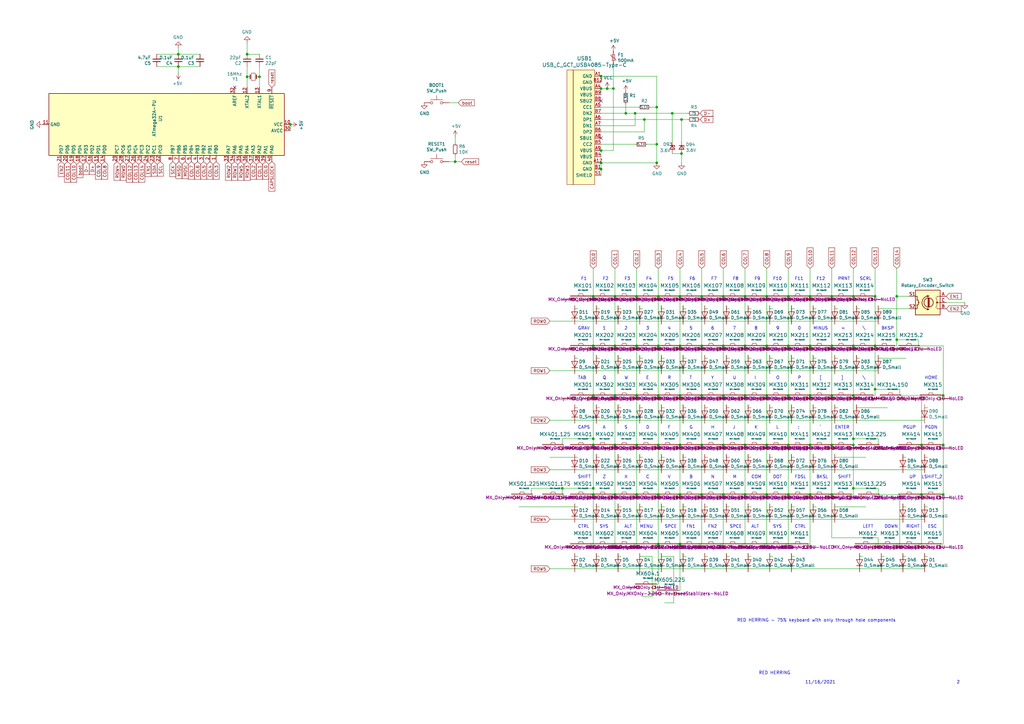
<source format=kicad_sch>
(kicad_sch (version 20211123) (generator eeschema)
  (paper "A3")
  (junction (at 287.782 182.499))
  (junction (at 252.222 202.819))
  (junction (at 252.222 162.179))
  (junction (at 341.122 121.539))
  (junction (at 256.667 46.482))
  (junction (at 386.842 202.819))
  (junction (at 252.222 182.499))
  (junction (at 243.332 182.499))
  (junction (at 358.902 141.859))
  (junction (at 358.902 159.639))
  (junction (at 269.367 66.802))
  (junction (at 260.477 46.482))
  (junction (at 350.012 162.179))
  (junction (at 341.122 162.179))
  (junction (at 264.287 49.022))
  (junction (at 278.892 182.499))
  (junction (at 314.452 182.499))
  (junction (at 386.842 182.499))
  (junction (at 279.527 62.992))
  (junction (at 269.367 59.182))
  (junction (at 279.527 49.022))
  (junction (at 305.562 162.179))
  (junction (at 314.452 141.859))
  (junction (at 243.332 179.959))
  (junction (at 305.562 202.819))
  (junction (at 332.232 121.539))
  (junction (at 230.632 200.279))
  (junction (at 350.012 179.959))
  (junction (at 249.047 36.322))
  (junction (at 261.112 141.859))
  (junction (at 287.782 202.819))
  (junction (at 243.332 200.279))
  (junction (at 270.002 223.139))
  (junction (at 367.792 121.539))
  (junction (at 246.507 66.802))
  (junction (at 243.332 121.539))
  (junction (at 323.342 182.499))
  (junction (at 305.562 141.859))
  (junction (at 261.112 202.819))
  (junction (at 278.892 223.139))
  (junction (at 287.782 162.179))
  (junction (at 305.562 182.499))
  (junction (at 377.952 182.499))
  (junction (at 332.232 202.819))
  (junction (at 341.122 202.819))
  (junction (at 261.112 182.499))
  (junction (at 296.672 162.179))
  (junction (at 251.587 36.322))
  (junction (at 73.152 27.305))
  (junction (at 296.672 182.499))
  (junction (at 287.782 141.859))
  (junction (at 377.952 202.819))
  (junction (at 243.332 162.179))
  (junction (at 243.332 141.859))
  (junction (at 278.892 202.819))
  (junction (at 186.69 66.294))
  (junction (at 332.232 141.859))
  (junction (at 287.782 121.539))
  (junction (at 261.112 162.179))
  (junction (at 275.717 46.482))
  (junction (at 246.507 31.242))
  (junction (at 269.367 43.942))
  (junction (at 106.426 31.496))
  (junction (at 367.792 139.319))
  (junction (at 323.342 141.859))
  (junction (at 246.507 69.342))
  (junction (at 278.892 162.179))
  (junction (at 323.342 121.539))
  (junction (at 296.672 202.819))
  (junction (at 350.012 121.539))
  (junction (at 332.232 182.499))
  (junction (at 73.152 22.225))
  (junction (at 270.002 162.179))
  (junction (at 261.112 121.539))
  (junction (at 270.002 202.819))
  (junction (at 305.562 121.539))
  (junction (at 350.012 200.279))
  (junction (at 278.892 121.539))
  (junction (at 252.222 141.859))
  (junction (at 323.342 162.179))
  (junction (at 270.002 141.859))
  (junction (at 278.892 141.859))
  (junction (at 341.122 182.499))
  (junction (at 296.672 121.539))
  (junction (at 358.902 121.539))
  (junction (at 296.672 141.859))
  (junction (at 332.232 162.179))
  (junction (at 314.452 162.179))
  (junction (at 341.122 141.859))
  (junction (at 252.222 121.539))
  (junction (at 323.342 202.819))
  (junction (at 270.002 121.539))
  (junction (at 386.842 162.179))
  (junction (at 119.126 51.054))
  (junction (at 314.452 121.539))
  (junction (at 243.332 202.819))
  (junction (at 101.346 22.225))
  (junction (at 350.012 182.499))
  (junction (at 314.452 202.819))
  (junction (at 350.012 141.859))
  (junction (at 101.346 31.496))
  (junction (at 246.507 61.722))
  (junction (at 270.002 182.499))
  (junction (at 246.507 36.322))
  (no_connect (at 96.266 35.814))
  (no_connect (at 246.507 41.402))
  (no_connect (at 246.507 56.642))
  (wire (pts (xy 244.602 146.939) (xy 245.872 146.939)))
  (wire (pts (xy 277.622 141.859) (xy 278.892 141.859)))
  (wire (pts (xy 377.952 182.499) (xy 377.952 202.819)))
  (wire (pts (xy 287.782 202.819) (xy 287.782 223.139)))
  (wire (pts (xy 265.557 59.182) (xy 269.367 59.182)))
  (wire (pts (xy 230.632 179.959) (xy 243.332 179.959)))
  (wire (pts (xy 341.122 162.179) (xy 341.122 182.499)))
  (wire (pts (xy 276.352 247.269) (xy 276.352 228.219)))
  (wire (pts (xy 305.562 162.179) (xy 305.562 182.499)))
  (wire (pts (xy 254.762 126.619) (xy 253.492 126.619)))
  (wire (pts (xy 361.442 228.219) (xy 362.712 228.219)))
  (wire (pts (xy 243.332 162.179) (xy 242.062 162.179)))
  (wire (pts (xy 225.552 233.299) (xy 379.222 233.299)))
  (wire (pts (xy 350.012 179.959) (xy 350.012 182.499)))
  (wire (pts (xy 296.672 162.179) (xy 296.672 182.499)))
  (wire (pts (xy 350.012 121.539) (xy 350.012 141.859)))
  (wire (pts (xy 243.332 200.279) (xy 243.332 202.819)))
  (wire (pts (xy 244.602 207.899) (xy 245.872 207.899)))
  (wire (pts (xy 295.402 182.499) (xy 296.672 182.499)))
  (wire (pts (xy 315.722 126.619) (xy 316.992 126.619)))
  (wire (pts (xy 280.162 187.579) (xy 281.432 187.579)))
  (wire (pts (xy 367.792 223.139) (xy 369.062 223.139)))
  (wire (pts (xy 342.392 207.899) (xy 355.092 207.899)))
  (wire (pts (xy 324.612 126.619) (xy 325.882 126.619)))
  (wire (pts (xy 256.667 46.482) (xy 246.507 46.482)))
  (wire (pts (xy 268.732 202.819) (xy 270.002 202.819)))
  (wire (pts (xy 351.282 167.259) (xy 363.982 167.259)))
  (wire (pts (xy 306.832 187.579) (xy 308.102 187.579)))
  (wire (pts (xy 246.507 36.322) (xy 246.507 38.862)))
  (wire (pts (xy 314.452 182.499) (xy 314.452 202.819)))
  (wire (pts (xy 73.152 27.305) (xy 73.152 29.845)))
  (wire (pts (xy 242.062 202.819) (xy 243.332 202.819)))
  (wire (pts (xy 297.942 207.899) (xy 299.212 207.899)))
  (wire (pts (xy 250.952 162.179) (xy 252.222 162.179)))
  (wire (pts (xy 252.222 223.139) (xy 250.952 223.139)))
  (wire (pts (xy 246.507 69.342) (xy 246.507 66.802)))
  (wire (pts (xy 342.392 167.259) (xy 343.662 167.259)))
  (wire (pts (xy 278.892 121.539) (xy 278.892 141.859)))
  (wire (pts (xy 246.507 43.942) (xy 261.747 43.942)))
  (wire (pts (xy 277.622 223.139) (xy 278.892 223.139)))
  (wire (pts (xy 286.512 202.819) (xy 287.782 202.819)))
  (wire (pts (xy 306.832 126.619) (xy 308.102 126.619)))
  (wire (pts (xy 212.852 207.899) (xy 236.982 207.899)))
  (wire (pts (xy 289.052 146.939) (xy 290.322 146.939)))
  (wire (pts (xy 369.062 223.139) (xy 369.062 202.819)))
  (wire (pts (xy 280.162 228.219) (xy 281.432 228.219)))
  (wire (pts (xy 333.502 126.619) (xy 334.772 126.619)))
  (wire (pts (xy 376.682 139.319) (xy 367.792 139.319)))
  (wire (pts (xy 304.292 202.819) (xy 305.562 202.819)))
  (wire (pts (xy 386.842 182.499) (xy 386.842 202.819)))
  (wire (pts (xy 289.052 228.219) (xy 290.322 228.219)))
  (wire (pts (xy 262.382 187.579) (xy 263.652 187.579)))
  (wire (pts (xy 350.012 162.179) (xy 350.012 179.959)))
  (wire (pts (xy 306.832 228.219) (xy 308.102 228.219)))
  (wire (pts (xy 268.732 162.179) (xy 270.002 162.179)))
  (wire (pts (xy 278.892 202.819) (xy 278.892 223.139)))
  (wire (pts (xy 261.112 121.539) (xy 261.112 141.859)))
  (wire (pts (xy 244.602 167.259) (xy 245.872 167.259)))
  (wire (pts (xy 271.272 167.259) (xy 272.542 167.259)))
  (wire (pts (xy 269.367 31.242) (xy 269.367 43.942)))
  (wire (pts (xy 313.182 141.859) (xy 314.452 141.859)))
  (wire (pts (xy 287.782 162.179) (xy 287.782 182.499)))
  (wire (pts (xy 264.287 49.022) (xy 279.527 49.022)))
  (wire (pts (xy 287.782 182.499) (xy 287.782 202.819)))
  (wire (pts (xy 296.672 202.819) (xy 295.402 202.819)))
  (wire (pts (xy 342.392 187.579) (xy 355.092 187.579)))
  (wire (pts (xy 305.562 110.109) (xy 305.562 121.539)))
  (wire (pts (xy 339.852 121.539) (xy 341.122 121.539)))
  (wire (pts (xy 243.332 179.959) (xy 243.332 182.499)))
  (wire (pts (xy 314.452 141.859) (xy 314.452 162.179)))
  (wire (pts (xy 314.452 202.819) (xy 314.452 223.139)))
  (wire (pts (xy 245.872 126.619) (xy 244.602 126.619)))
  (wire (pts (xy 280.162 146.939) (xy 281.432 146.939)))
  (wire (pts (xy 259.842 141.859) (xy 261.112 141.859)))
  (wire (pts (xy 235.712 126.619) (xy 236.982 126.619)))
  (wire (pts (xy 385.572 182.499) (xy 386.842 182.499)))
  (wire (pts (xy 252.222 110.109) (xy 252.222 121.539)))
  (wire (pts (xy 314.452 162.179) (xy 314.452 182.499)))
  (wire (pts (xy 330.962 182.499) (xy 332.232 182.499)))
  (wire (pts (xy 350.012 182.499) (xy 350.012 200.279)))
  (wire (pts (xy 249.047 36.322) (xy 251.587 36.322)))
  (wire (pts (xy 286.512 162.179) (xy 287.782 162.179)))
  (wire (pts (xy 243.332 162.179) (xy 243.332 179.959)))
  (wire (pts (xy 306.832 207.899) (xy 308.102 207.899)))
  (wire (pts (xy 270.002 141.859) (xy 270.002 162.179)))
  (wire (pts (xy 315.722 228.219) (xy 316.992 228.219)))
  (wire (pts (xy 230.632 202.819) (xy 230.632 200.279)))
  (wire (pts (xy 313.182 121.539) (xy 314.452 121.539)))
  (wire (pts (xy 322.072 141.859) (xy 323.342 141.859)))
  (wire (pts (xy 278.892 141.859) (xy 278.892 162.179)))
  (wire (pts (xy 379.222 228.219) (xy 380.492 228.219)))
  (wire (pts (xy 101.346 22.225) (xy 101.346 17.526)))
  (wire (pts (xy 341.122 202.819) (xy 341.122 220.599)))
  (wire (pts (xy 286.512 121.539) (xy 287.782 121.539)))
  (wire (pts (xy 242.062 182.499) (xy 243.332 182.499)))
  (wire (pts (xy 315.722 207.899) (xy 316.992 207.899)))
  (wire (pts (xy 250.952 121.539) (xy 252.222 121.539)))
  (wire (pts (xy 357.632 141.859) (xy 358.902 141.859)))
  (wire (pts (xy 369.062 162.179) (xy 369.062 159.639)))
  (wire (pts (xy 271.272 207.899) (xy 272.542 207.899)))
  (wire (pts (xy 246.507 31.242) (xy 269.367 31.242)))
  (wire (pts (xy 270.002 121.539) (xy 270.002 141.859)))
  (wire (pts (xy 367.792 139.319) (xy 367.792 141.859)))
  (wire (pts (xy 270.002 239.649) (xy 270.002 223.139)))
  (wire (pts (xy 271.272 187.579) (xy 272.542 187.579)))
  (wire (pts (xy 350.012 141.859) (xy 350.012 162.179)))
  (wire (pts (xy 379.222 207.899) (xy 380.492 207.899)))
  (wire (pts (xy 217.932 202.819) (xy 217.932 200.279)))
  (wire (pts (xy 278.892 182.499) (xy 278.892 202.819)))
  (wire (pts (xy 358.902 121.539) (xy 358.902 141.859)))
  (wire (pts (xy 339.852 141.859) (xy 341.122 141.859)))
  (wire (pts (xy 330.962 121.539) (xy 332.232 121.539)))
  (wire (pts (xy 351.282 126.619) (xy 352.552 126.619)))
  (wire (pts (xy 225.552 172.339) (xy 379.222 172.339)))
  (wire (pts (xy 379.222 167.259) (xy 380.492 167.259)))
  (wire (pts (xy 73.152 22.225) (xy 82.042 22.225)))
  (wire (pts (xy 253.492 167.259) (xy 254.762 167.259)))
  (wire (pts (xy 263.652 244.729) (xy 267.462 244.729)))
  (wire (pts (xy 230.632 200.279) (xy 243.332 200.279)))
  (wire (pts (xy 304.292 141.859) (xy 305.562 141.859)))
  (wire (pts (xy 268.732 121.539) (xy 270.002 121.539)))
  (wire (pts (xy 306.832 167.259) (xy 308.102 167.259)))
  (wire (pts (xy 280.162 207.899) (xy 281.432 207.899)))
  (wire (pts (xy 357.632 121.539) (xy 358.902 121.539)))
  (wire (pts (xy 360.172 146.939) (xy 371.602 146.939)))
  (wire (pts (xy 225.552 131.699) (xy 360.172 131.699)))
  (wire (pts (xy 261.112 162.179) (xy 261.112 182.499)))
  (wire (pts (xy 266.827 43.942) (xy 269.367 43.942)))
  (wire (pts (xy 250.952 141.859) (xy 252.222 141.859)))
  (wire (pts (xy 379.222 187.579) (xy 380.492 187.579)))
  (wire (pts (xy 259.842 121.539) (xy 261.112 121.539)))
  (wire (pts (xy 296.672 202.819) (xy 296.672 223.139)))
  (wire (pts (xy 333.502 167.259) (xy 334.772 167.259)))
  (wire (pts (xy 244.602 187.579) (xy 245.872 187.579)))
  (wire (pts (xy 243.332 110.109) (xy 243.332 121.539)))
  (wire (pts (xy 313.182 202.819) (xy 314.452 202.819)))
  (wire (pts (xy 269.367 66.802) (xy 246.507 66.802)))
  (wire (pts (xy 330.962 141.859) (xy 332.232 141.859)))
  (wire (pts (xy 304.292 121.539) (xy 305.562 121.539)))
  (wire (pts (xy 332.232 162.179) (xy 332.232 182.499)))
  (wire (pts (xy 287.782 110.109) (xy 287.782 121.539)))
  (wire (pts (xy 350.012 179.959) (xy 360.172 179.959)))
  (wire (pts (xy 242.062 141.859) (xy 243.332 141.859)))
  (wire (pts (xy 342.392 126.619) (xy 343.662 126.619)))
  (wire (pts (xy 297.942 228.219) (xy 299.212 228.219)))
  (wire (pts (xy 289.052 126.619) (xy 290.322 126.619)))
  (wire (pts (xy 252.222 141.859) (xy 252.222 162.179)))
  (wire (pts (xy 259.842 182.499) (xy 261.112 182.499)))
  (wire (pts (xy 296.672 182.499) (xy 296.672 202.819)))
  (wire (pts (xy 252.222 162.179) (xy 252.222 182.499)))
  (wire (pts (xy 360.172 200.279) (xy 350.012 200.279)))
  (wire (pts (xy 278.892 242.189) (xy 278.892 223.139)))
  (wire (pts (xy 235.712 167.259) (xy 236.982 167.259)))
  (wire (pts (xy 295.402 223.139) (xy 296.672 223.139)))
  (wire (pts (xy 246.507 33.782) (xy 246.507 31.242)))
  (wire (pts (xy 339.852 202.819) (xy 341.122 202.819)))
  (wire (pts (xy 253.492 146.939) (xy 254.762 146.939)))
  (wire (pts (xy 217.932 200.279) (xy 230.632 200.279)))
  (wire (pts (xy 313.182 162.179) (xy 314.452 162.179)))
  (wire (pts (xy 296.672 110.109) (xy 296.672 121.539)))
  (wire (pts (xy 279.527 62.992) (xy 279.527 66.802)))
  (wire (pts (xy 324.612 167.259) (xy 325.882 167.259)))
  (wire (pts (xy 377.952 202.819) (xy 377.952 223.139)))
  (wire (pts (xy 272.542 247.269) (xy 276.352 247.269)))
  (wire (pts (xy 251.587 61.722) (xy 251.587 36.322)))
  (wire (pts (xy 270.002 182.499) (xy 270.002 202.819)))
  (wire (pts (xy 235.712 228.219) (xy 236.982 228.219)))
  (wire (pts (xy 295.402 121.539) (xy 296.672 121.539)))
  (wire (pts (xy 341.122 220.599) (xy 360.172 220.599)))
  (wire (pts (xy 260.477 51.562) (xy 260.477 46.482)))
  (wire (pts (xy 333.502 146.939) (xy 334.772 146.939)))
  (wire (pts (xy 332.232 141.859) (xy 332.232 162.179)))
  (wire (pts (xy 261.112 182.499) (xy 261.112 202.819)))
  (wire (pts (xy 260.477 46.482) (xy 256.667 46.482)))
  (wire (pts (xy 305.562 223.139) (xy 304.292 223.139)))
  (wire (pts (xy 230.632 182.499) (xy 230.632 179.959)))
  (wire (pts (xy 286.512 141.859) (xy 287.782 141.859)))
  (wire (pts (xy 278.892 162.179) (xy 278.892 182.499)))
  (wire (pts (xy 324.612 146.939) (xy 325.882 146.939)))
  (wire (pts (xy 243.332 202.819) (xy 243.332 223.139)))
  (wire (pts (xy 296.672 141.859) (xy 296.672 162.179)))
  (wire (pts (xy 376.682 202.819) (xy 377.952 202.819)))
  (wire (pts (xy 322.072 182.499) (xy 323.342 182.499)))
  (wire (pts (xy 296.672 121.539) (xy 296.672 141.859)))
  (wire (pts (xy 348.742 141.859) (xy 350.012 141.859)))
  (wire (pts (xy 386.842 202.819) (xy 386.842 223.139)))
  (wire (pts (xy 246.507 36.322) (xy 249.047 36.322)))
  (wire (pts (xy 243.332 223.139) (xy 242.062 223.139)))
  (wire (pts (xy 376.682 141.859) (xy 376.682 139.319)))
  (wire (pts (xy 315.722 187.579) (xy 316.992 187.579)))
  (wire (pts (xy 277.622 162.179) (xy 278.892 162.179)))
  (wire (pts (xy 279.527 57.912) (xy 279.527 49.022)))
  (wire (pts (xy 377.952 162.179) (xy 369.062 162.179)))
  (wire (pts (xy 351.282 146.939) (xy 352.552 146.939)))
  (wire (pts (xy 262.382 228.219) (xy 267.462 228.219)))
  (wire (pts (xy 357.632 162.179) (xy 358.902 162.179)))
  (wire (pts (xy 279.527 49.022) (xy 282.067 49.022)))
  (wire (pts (xy 305.562 121.539) (xy 305.562 141.859)))
  (wire (pts (xy 267.462 244.729) (xy 267.462 228.219)))
  (wire (pts (xy 332.232 110.109) (xy 332.232 121.539)))
  (wire (pts (xy 261.112 141.859) (xy 261.112 162.179)))
  (wire (pts (xy 270.002 223.139) (xy 268.732 223.139)))
  (wire (pts (xy 314.452 121.539) (xy 314.452 141.859)))
  (wire (pts (xy 251.587 36.322) (xy 251.587 26.162)))
  (wire (pts (xy 341.122 110.109) (xy 341.122 121.539)))
  (wire (pts (xy 358.902 110.109) (xy 358.902 121.539)))
  (wire (pts (xy 369.062 159.639) (xy 358.902 159.639)))
  (wire (pts (xy 295.402 162.179) (xy 296.672 162.179)))
  (wire (pts (xy 225.552 187.579) (xy 236.982 187.579)))
  (wire (pts (xy 333.502 207.899) (xy 334.772 207.899)))
  (wire (pts (xy 259.842 202.819) (xy 261.112 202.819)))
  (wire (pts (xy 322.072 202.819) (xy 323.342 202.819)))
  (wire (pts (xy 313.182 223.139) (xy 314.452 223.139)))
  (wire (pts (xy 243.332 182.499) (xy 243.332 200.279)))
  (wire (pts (xy 280.162 167.259) (xy 281.432 167.259)))
  (wire (pts (xy 262.382 207.899) (xy 263.652 207.899)))
  (wire (pts (xy 119.126 53.594) (xy 119.126 51.054)))
  (wire (pts (xy 358.902 223.139) (xy 360.172 223.139)))
  (wire (pts (xy 264.287 54.102) (xy 246.507 54.102)))
  (wire (pts (xy 350.012 110.109) (xy 350.012 121.539)))
  (wire (pts (xy 370.332 207.899) (xy 371.602 207.899)))
  (wire (pts (xy 332.232 182.499) (xy 332.232 202.819)))
  (wire (pts (xy 244.602 228.219) (xy 245.872 228.219)))
  (wire (pts (xy 348.742 121.539) (xy 350.012 121.539)))
  (wire (pts (xy 297.942 146.939) (xy 299.212 146.939)))
  (wire (pts (xy 348.742 182.499) (xy 350.012 182.499)))
  (wire (pts (xy 262.382 167.259) (xy 263.652 167.259)))
  (wire (pts (xy 348.742 162.179) (xy 350.012 162.179)))
  (wire (pts (xy 352.552 228.219) (xy 353.822 228.219)))
  (wire (pts (xy 372.872 121.539) (xy 367.792 121.539)))
  (wire (pts (xy 261.112 110.109) (xy 261.112 121.539)))
  (wire (pts (xy 269.367 59.182) (xy 269.367 66.802)))
  (wire (pts (xy 106.426 27.305) (xy 106.426 31.496)))
  (wire (pts (xy 350.012 200.279) (xy 350.012 202.819)))
  (wire (pts (xy 330.962 202.819) (xy 332.232 202.819)))
  (wire (pts (xy 252.222 182.499) (xy 252.222 202.819)))
  (wire (pts (xy 277.622 242.189) (xy 278.892 242.189)))
  (wire (pts (xy -71.882 113.538) (xy -80.772 113.538)))
  (wire (pts (xy 261.112 202.819) (xy 261.112 223.139)))
  (wire (pts (xy 277.622 202.819) (xy 278.892 202.819)))
  (wire (pts (xy 268.732 239.649) (xy 270.002 239.649)))
  (wire (pts (xy 370.332 228.219) (xy 371.602 228.219)))
  (wire (pts (xy 184.15 42.164) (xy 187.96 42.164)))
  (wire (pts (xy 268.732 182.499) (xy 270.002 182.499)))
  (wire (pts (xy 297.942 167.259) (xy 299.212 167.259)))
  (wire (pts (xy 342.392 146.939) (xy 343.662 146.939)))
  (wire (pts (xy 367.792 121.539) (xy 367.792 139.319)))
  (wire (pts (xy 323.342 162.179) (xy 323.342 182.499)))
  (wire (pts (xy 287.782 121.539) (xy 287.782 141.859)))
  (wire (pts (xy 287.782 223.139) (xy 286.512 223.139)))
  (wire (pts (xy 82.042 27.305) (xy 73.152 27.305)))
  (wire (pts (xy 295.402 141.859) (xy 296.672 141.859)))
  (wire (pts (xy 369.062 202.819) (xy 360.172 202.819)))
  (wire (pts (xy 286.512 182.499) (xy 287.782 182.499)))
  (wire (pts (xy 386.842 162.179) (xy 386.842 182.499)))
  (wire (pts (xy 263.652 126.619) (xy 262.382 126.619)))
  (wire (pts (xy 385.572 202.819) (xy 386.842 202.819)))
  (wire (pts (xy 376.682 141.859) (xy 386.842 141.859)))
  (wire (pts (xy 341.122 182.499) (xy 341.122 202.819)))
  (wire (pts (xy 260.477 46.482) (xy 275.717 46.482)))
  (wire (pts (xy 278.892 110.109) (xy 278.892 121.539)))
  (wire (pts (xy 385.572 162.179) (xy 386.842 162.179)))
  (wire (pts (xy 348.742 202.819) (xy 350.012 202.819)))
  (wire (pts (xy 323.342 121.539) (xy 323.342 141.859)))
  (wire (pts (xy 189.23 66.294) (xy 186.69 66.294)))
  (wire (pts (xy 323.342 182.499) (xy 323.342 202.819)))
  (wire (pts (xy 339.852 182.499) (xy 341.122 182.499)))
  (wire (pts (xy 252.222 121.539) (xy 252.222 141.859)))
  (wire (pts (xy 250.952 182.499) (xy 252.222 182.499)))
  (wire (pts (xy 277.622 121.539) (xy 278.892 121.539)))
  (wire (pts (xy 324.612 228.219) (xy 325.882 228.219)))
  (wire (pts (xy 246.507 59.182) (xy 260.477 59.182)))
  (wire (pts (xy 242.062 121.539) (xy 243.332 121.539)))
  (wire (pts (xy 271.272 146.939) (xy 272.542 146.939)))
  (wire (pts (xy 225.552 192.659) (xy 379.222 192.659)))
  (wire (pts (xy 332.232 121.539) (xy 332.232 141.859)))
  (wire (pts (xy 225.552 152.019) (xy 360.172 152.019)))
  (wire (pts (xy 324.612 207.899) (xy 325.882 207.899)))
  (wire (pts (xy 264.287 49.022) (xy 264.287 54.102)))
  (wire (pts (xy 297.942 126.619) (xy 299.212 126.619)))
  (wire (pts (xy 101.346 27.305) (xy 101.346 31.496)))
  (wire (pts (xy 270.002 202.819) (xy 270.002 223.139)))
  (wire (pts (xy 275.717 46.482) (xy 275.717 57.912)))
  (wire (pts (xy 275.717 46.482) (xy 282.067 46.482)))
  (wire (pts (xy 262.382 146.939) (xy 263.652 146.939)))
  (wire (pts (xy 270.002 110.109) (xy 270.002 121.539)))
  (wire (pts (xy 324.612 187.579) (xy 325.882 187.579)))
  (wire (pts (xy 360.172 182.499) (xy 360.172 179.959)))
  (wire (pts (xy 360.172 220.599) (xy 360.172 223.139)))
  (wire (pts (xy 305.562 141.859) (xy 305.562 162.179)))
  (wire (pts (xy 186.69 56.134) (xy 186.69 58.674)))
  (wire (pts (xy 101.346 31.496) (xy 101.346 35.814)))
  (wire (pts (xy 388.112 124.079) (xy 395.732 124.079)))
  (wire (pts (xy 305.562 182.499) (xy 305.562 202.819)))
  (wire (pts (xy 314.452 110.109) (xy 314.452 121.539)))
  (wire (pts (xy 275.717 62.992) (xy 279.527 62.992)))
  (wire (pts (xy 376.682 182.499) (xy 377.952 182.499)))
  (wire (pts (xy 287.782 141.859) (xy 287.782 162.179)))
  (wire (pts (xy 250.952 202.819) (xy 252.222 202.819)))
  (wire (pts (xy 289.052 167.259) (xy 290.322 167.259)))
  (wire (pts (xy 360.172 202.819) (xy 360.172 200.279)))
  (wire (pts (xy 259.842 162.179) (xy 261.112 162.179)))
  (wire (pts (xy 304.292 182.499) (xy 305.562 182.499)))
  (wire (pts (xy 386.842 223.139) (xy 385.572 223.139)))
  (wire (pts (xy 358.902 141.859) (xy 358.902 159.639)))
  (wire (pts (xy 376.682 223.139) (xy 377.952 223.139)))
  (wire (pts (xy 358.902 159.639) (xy 358.902 162.179)))
  (wire (pts (xy 186.69 66.294) (xy 186.69 63.754)))
  (wire (pts (xy 315.722 167.259) (xy 316.992 167.259)))
  (wire (pts (xy 304.292 162.179) (xy 305.562 162.179)))
  (wire (pts (xy 243.332 141.859) (xy 243.332 162.179)))
  (wire (pts (xy 323.342 223.139) (xy 322.072 223.139)))
  (wire (pts (xy 315.722 146.939) (xy 316.992 146.939)))
  (wire (pts (xy 370.332 187.579) (xy 371.602 187.579)))
  (wire (pts (xy 289.052 187.579) (xy 290.322 187.579)))
  (wire (pts (xy 323.342 202.819) (xy 323.342 223.139)))
  (wire (pts (xy 106.426 31.496) (xy 106.426 35.814)))
  (wire (pts (xy 270.002 162.179) (xy 270.002 182.499)))
  (wire (pts (xy 366.522 141.859) (xy 367.792 141.859)))
  (wire (pts (xy 269.367 43.942) (xy 269.367 59.182)))
  (wire (pts (xy 73.152 27.305) (xy 64.262 27.305)))
  (wire (pts (xy 246.507 49.022) (xy 264.287 49.022)))
  (wire (pts (xy 73.152 22.225) (xy 73.152 19.685)))
  (wire (pts (xy 246.507 64.262) (xy 246.507 61.722)))
  (wire (pts (xy 261.112 223.139) (xy 259.842 223.139)))
  (wire (pts (xy 225.552 212.979) (xy 379.222 212.979)))
  (wire (pts (xy 322.072 121.539) (xy 323.342 121.539)))
  (wire (pts (xy 333.502 187.579) (xy 334.772 187.579)))
  (wire (pts (xy 323.342 110.109) (xy 323.342 121.539)))
  (wire (pts (xy 271.272 126.619) (xy 272.542 126.619)))
  (wire (pts (xy 253.492 207.899) (xy 254.762 207.899)))
  (wire (pts (xy 268.732 141.859) (xy 270.002 141.859)))
  (wire (pts (xy 246.507 69.342) (xy 246.507 71.882)))
  (wire (pts (xy 313.182 182.499) (xy 314.452 182.499)))
  (wire (pts (xy 101.346 22.225) (xy 106.426 22.225)))
  (wire (pts (xy 360.172 126.619) (xy 372.872 126.619)))
  (wire (pts (xy 386.842 141.859) (xy 386.842 162.179)))
  (wire (pts (xy 322.072 162.179) (xy 323.342 162.179)))
  (wire (pts (xy 271.272 228.219) (xy 276.352 228.219)))
  (wire (pts (xy 246.507 51.562) (xy 260.477 51.562)))
  (wire (pts (xy 253.492 187.579) (xy 254.762 187.579)))
  (wire (pts (xy 253.492 228.219) (xy 254.762 228.219)))
  (wire (pts (xy 256.667 46.482) (xy 256.667 42.672)))
  (wire (pts (xy 297.942 187.579) (xy 299.212 187.579)))
  (wire (pts (xy 289.052 207.899) (xy 290.322 207.899)))
  (wire (pts (xy 246.507 61.722) (xy 251.587 61.722)))
  (wire (pts (xy 305.562 202.819) (xy 305.562 223.139)))
  (wire (pts (xy 235.712 146.939) (xy 236.982 146.939)))
  (wire (pts (xy 377.952 162.179) (xy 377.952 182.499)))
  (wire (pts (xy 280.162 126.619) (xy 281.432 126.619)))
  (wire (pts (xy 330.962 223.139) (xy 332.232 223.139)))
  (wire (pts (xy 64.262 22.225) (xy 73.152 22.225)))
  (wire (pts (xy 332.232 202.819) (xy 332.232 223.139)))
  (wire (pts (xy 277.622 182.499) (xy 278.892 182.499)))
  (wire (pts (xy 252.222 202.819) (xy 252.222 223.139)))
  (wire (pts (xy 341.122 121.539) (xy 341.122 141.859)))
  (wire (pts (xy 323.342 141.859) (xy 323.342 162.179)))
  (wire (pts (xy 367.792 110.109) (xy 367.792 121.539)))
  (wire (pts (xy 306.832 146.939) (xy 308.102 146.939)))
  (wire (pts (xy 341.122 141.859) (xy 341.122 162.179)))
  (wire (pts (xy 243.332 121.539) (xy 243.332 141.859)))
  (wire (pts (xy 339.852 162.179) (xy 341.122 162.179)))
  (wire (pts (xy 330.962 162.179) (xy 332.232 162.179)))
  (wire (pts (xy 186.69 66.294) (xy 184.15 66.294)))
  (text "2" (at 393.7 280.67 180) (effects (font (size 1.27 1.27)) (justify right bottom)))
  (text "O" (at 318.262 155.829 0) (effects (font (size 1.27 1.27)) (justify left bottom)))
  (text "9" (at 318.262 135.509 0) (effects (font (size 1.27 1.27)) (justify left bottom)))
  (text "3" (at 264.922 135.509 0) (effects (font (size 1.27 1.27)) (justify left bottom)))
  (text "7" (at 300.482 135.509 0) (effects (font (size 1.27 1.27)) (justify left bottom)))
  (text "UP" (at 372.872 196.469 0) (effects (font (size 1.27 1.27)) (justify left bottom)))
  (text "FN1" (at 281.432 216.789 0) (effects (font (size 1.27 1.27)) (justify left bottom)))
  (text "FDSL" (at 325.882 196.469 0) (effects (font (size 1.27 1.27)) (justify left bottom)))
  (text "SPCE" (at 272.542 216.789 0) (effects (font (size 1.27 1.27)) (justify left bottom)))
  (text "H" (at 291.592 176.149 0) (effects (font (size 1.27 1.27)) (justify left bottom)))
  (text "F5" (at 273.812 115.189 0) (effects (font (size 1.27 1.27)) (justify left bottom)))
  (text "P" (at 327.152 155.829 0) (effects (font (size 1.27 1.27)) (justify left bottom)))
  (text "LEFT" (at 353.822 216.789 0) (effects (font (size 1.27 1.27)) (justify left bottom)))
  (text "5" (at 282.702 135.509 0) (effects (font (size 1.27 1.27)) (justify left bottom)))
  (text "F8" (at 300.482 115.189 0) (effects (font (size 1.27 1.27)) (justify left bottom)))
  (text "LSHIFT_2" (at 377.952 196.469 0) (effects (font (size 1.27 1.27)) (justify left bottom)))
  (text "HOME" (at 379.222 155.829 0) (effects (font (size 1.27 1.27)) (justify left bottom)))
  (text "0" (at 327.152 135.509 0) (effects (font (size 1.27 1.27)) (justify left bottom)))
  (text "RED HERRING - 75% keyboard with only through hole components" (at 302.26 255.27 0) (effects (font (size 1.27 1.27)) (justify left bottom)))
  (text "M" (at 300.482 196.469 0) (effects (font (size 1.27 1.27)) (justify left bottom)))
  (text "C" (at 264.922 196.469 0) (effects (font (size 1.27 1.27)) (justify left bottom)))
  (text "W" (at 256.032 155.829 0) (effects (font (size 1.27 1.27)) (justify left bottom)))
  (text "I" (at 309.372 155.829 0) (effects (font (size 1.27 1.27)) (justify left bottom)))
  (text "[" (at 336.042 155.829 0) (effects (font (size 1.27 1.27)) (justify left bottom)))
  (text "PRNT" (at 343.662 115.189 0) (effects (font (size 1.27 1.27)) (justify left bottom)))
  (text "SYS" (at 316.992 216.789 0) (effects (font (size 1.27 1.27)) (justify left bottom)))
  (text "FN2" (at 290.322 216.789 0) (effects (font (size 1.27 1.27)) (justify left bottom)))
  (text "A" (at 247.142 176.149 0) (effects (font (size 1.27 1.27)) (justify left bottom)))
  (text "F3" (at 256.032 115.189 0) (effects (font (size 1.27 1.27)) (justify left bottom)))
  (text "PGUP" (at 370.332 176.149 0) (effects (font (size 1.27 1.27)) (justify left bottom)))
  (text "J" (at 300.482 176.149 0) (effects (font (size 1.27 1.27)) (justify left bottom)))
  (text "MENU" (at 262.382 216.789 0) (effects (font (size 1.27 1.27)) (justify left bottom)))
  (text "SCRL" (at 352.552 115.189 0) (effects (font (size 1.27 1.27)) (justify left bottom)))
  (text "SPCE" (at 299.212 216.789 0) (effects (font (size 1.27 1.27)) (justify left bottom)))
  (text "6" (at 291.592 135.509 0) (effects (font (size 1.27 1.27)) (justify left bottom)))
  (text "F10" (at 316.992 115.189 0) (effects (font (size 1.27 1.27)) (justify left bottom)))
  (text "Q" (at 247.142 155.829 0) (effects (font (size 1.27 1.27)) (justify left bottom)))
  (text "F11" (at 325.882 115.189 0) (effects (font (size 1.27 1.27)) (justify left bottom)))
  (text "=" (at 344.932 135.509 0) (effects (font (size 1.27 1.27)) (justify left bottom)))
  (text ";" (at 327.152 176.149 0) (effects (font (size 1.27 1.27)) (justify left bottom)))
  (text "F1" (at 238.252 115.189 0) (effects (font (size 1.27 1.27)) (justify left bottom)))
  (text "E" (at 264.922 155.829 0) (effects (font (size 1.27 1.27)) (justify left bottom)))
  (text "TAB" (at 236.982 155.829 0) (effects (font (size 1.27 1.27)) (justify left bottom)))
  (text "F4" (at 264.922 115.189 0) (effects (font (size 1.27 1.27)) (justify left bottom)))
  (text "Z" (at 247.142 196.469 0) (effects (font (size 1.27 1.27)) (justify left bottom)))
  (text "COM" (at 308.102 196.469 0) (effects (font (size 1.27 1.27)) (justify left bottom)))
  (text "SYS" (at 245.872 216.789 0) (effects (font (size 1.27 1.27)) (justify left bottom)))
  (text "PGDN" (at 379.222 176.149 0) (effects (font (size 1.27 1.27)) (justify left bottom)))
  (text "‘" (at 336.042 176.149 0) (effects (font (size 1.27 1.27)) (justify left bottom)))
  (text "T" (at 282.702 155.829 0) (effects (font (size 1.27 1.27)) (justify left bottom)))
  (text "D" (at 264.922 176.149 0) (effects (font (size 1.27 1.27)) (justify left bottom)))
  (text "RIGHT" (at 371.602 216.789 0) (effects (font (size 1.27 1.27)) (justify left bottom)))
  (text "ESC" (at 380.492 216.789 0) (effects (font (size 1.27 1.27)) (justify left bottom)))
  (text "\\" (at 353.822 155.829 0) (effects (font (size 1.27 1.27)) (justify left bottom)))
  (text "8" (at 309.372 135.509 0) (effects (font (size 1.27 1.27)) (justify left bottom)))
  (text "Y" (at 291.592 155.829 0) (effects (font (size 1.27 1.27)) (justify left bottom)))
  (text "]" (at 344.932 155.829 0) (effects (font (size 1.27 1.27)) (justify left bottom)))
  (text "11/16/2021" (at 330.2 280.67 0) (effects (font (size 1.27 1.27)) (justify left bottom)))
  (text "N" (at 291.592 196.469 0) (effects (font (size 1.27 1.27)) (justify left bottom)))
  (text "DOWN" (at 362.712 216.789 0) (effects (font (size 1.27 1.27)) (justify left bottom)))
  (text "SHIFT" (at 343.662 196.469 0) (effects (font (size 1.27 1.27)) (justify left bottom)))
  (text "U" (at 300.482 155.829 0) (effects (font (size 1.27 1.27)) (justify left bottom)))
  (text "DOT" (at 316.992 196.469 0) (effects (font (size 1.27 1.27)) (justify left bottom)))
  (text "BKSP" (at 361.442 135.509 0) (effects (font (size 1.27 1.27)) (justify left bottom)))
  (text "ENTER" (at 342.392 176.149 0) (effects (font (size 1.27 1.27)) (justify left bottom)))
  (text "2" (at 256.032 135.509 0) (effects (font (size 1.27 1.27)) (justify left bottom)))
  (text "BKSL" (at 334.772 196.469 0) (effects (font (size 1.27 1.27)) (justify left bottom)))
  (text "4" (at 273.812 135.509 0) (effects (font (size 1.27 1.27)) (justify left bottom)))
  (text "F9" (at 309.372 115.189 0) (effects (font (size 1.27 1.27)) (justify left bottom)))
  (text "S" (at 256.032 176.149 0) (effects (font (size 1.27 1.27)) (justify left bottom)))
  (text "ALT" (at 256.032 216.789 0) (effects (font (size 1.27 1.27)) (justify left bottom)))
  (text "F7" (at 291.592 115.189 0) (effects (font (size 1.27 1.27)) (justify left bottom)))
  (text "\\" (at 353.822 135.509 0) (effects (font (size 1.27 1.27)) (justify left bottom)))
  (text "RED HERRING" (at 311.15 276.86 0) (effects (font (size 1.27 1.27)) (justify left bottom)))
  (text "G" (at 282.702 176.149 0) (effects (font (size 1.27 1.27)) (justify left bottom)))
  (text "F6" (at 282.702 115.189 0) (effects (font (size 1.27 1.27)) (justify left bottom)))
  (text "L" (at 318.262 176.149 0) (effects (font (size 1.27 1.27)) (justify left bottom)))
  (text "X" (at 256.032 196.469 0) (effects (font (size 1.27 1.27)) (justify left bottom)))
  (text "B" (at 282.702 196.469 0) (effects (font (size 1.27 1.27)) (justify left bottom)))
  (text "K" (at 309.372 176.149 0) (effects (font (size 1.27 1.27)) (justify left bottom)))
  (text "F2" (at 247.142 115.189 0) (effects (font (size 1.27 1.27)) (justify left bottom)))
  (text "SHIFT" (at 236.982 196.469 0) (effects (font (size 1.27 1.27)) (justify left bottom)))
  (text "1" (at 247.142 135.509 0) (effects (font (size 1.27 1.27)) (justify left bottom)))
  (text "F" (at 273.812 176.149 0) (effects (font (size 1.27 1.27)) (justify left bottom)))
  (text "CAPS" (at 236.982 176.149 0) (effects (font (size 1.27 1.27)) (justify left bottom)))
  (text "GRAV" (at 236.982 135.509 0) (effects (font (size 1.27 1.27)) (justify left bottom)))
  (text "ALT" (at 308.102 216.789 0) (effects (font (size 1.27 1.27)) (justify left bottom)))
  (text "CTRL" (at 236.982 216.789 0) (effects (font (size 1.27 1.27)) (justify left bottom)))
  (text "F12" (at 334.772 115.189 0) (effects (font (size 1.27 1.27)) (justify left bottom)))
  (text "V" (at 273.812 196.469 0) (effects (font (size 1.27 1.27)) (justify left bottom)))
  (text "CTRL" (at 325.882 216.789 0) (effects (font (size 1.27 1.27)) (justify left bottom)))
  (text "R" (at 273.812 155.829 0) (effects (font (size 1.27 1.27)) (justify left bottom)))
  (text "MINUS" (at 333.502 135.509 0) (effects (font (size 1.27 1.27)) (justify left bottom)))
  (global_label "COL1" (shape input) (at 252.222 110.109 90) (property "Intersheet References" "${INTERSHEET_REFS}" (effects hide)))
  (global_label "boot" (shape input) (at 32.766 66.294 270) (property "Intersheet References" "${INTERSHEET_REFS}" (effects hide)))
  (global_label "CAPSLOCK" (shape input) (at 111.506 66.294 270) (property "Intersheet References" "${INTERSHEET_REFS}" (effects hide)))
  (global_label "COL10" (shape input) (at 30.226 66.294 270) (property "Intersheet References" "${INTERSHEET_REFS}" (effects hide)))
  (global_label "ROW2" (shape input) (at 93.726 66.294 270) (property "Intersheet References" "${INTERSHEET_REFS}" (effects hide)))
  (global_label "COL7" (shape input) (at 78.486 66.294 270) (property "Intersheet References" "${INTERSHEET_REFS}" (effects hide)))
  (global_label "COL12" (shape input) (at 53.086 66.294 270) (property "Intersheet References" "${INTERSHEET_REFS}" (effects hide)))
  (global_label "D-" (shape input) (at 35.306 66.294 270) (property "Intersheet References" "${INTERSHEET_REFS}" (effects hide)))
  (global_label "COL3" (shape input) (at 270.002 110.109 90) (property "Intersheet References" "${INTERSHEET_REFS}" (effects hide)))
  (global_label "COL10" (shape input) (at 332.232 110.109 90) (property "Intersheet References" "${INTERSHEET_REFS}" (effects hide)))
  (global_label "EN1" (shape input) (at 60.706 66.294 270) (property "Intersheet References" "${INTERSHEET_REFS}" (effects hide)))
  (global_label "EN2" (shape input) (at 388.112 126.619 0) (property "Intersheet References" "${INTERSHEET_REFS}" (effects hide)))
  (global_label "COL11" (shape input) (at 341.122 110.109 90) (property "Intersheet References" "${INTERSHEET_REFS}" (effects hide)))
  (global_label "SDA" (shape input) (at 63.246 66.294 270) (property "Intersheet References" "${INTERSHEET_REFS}" (effects hide)))
  (global_label "COL9" (shape input) (at 323.342 110.109 90) (property "Intersheet References" "${INTERSHEET_REFS}" (effects hide)))
  (global_label "ROW4" (shape input) (at 48.006 66.294 270) (property "Intersheet References" "${INTERSHEET_REFS}" (effects hide)))
  (global_label "MISO" (shape input) (at -75.692 23.114 0) (property "Intersheet References" "${INTERSHEET_REFS}" (effects hide)))
  (global_label "EN1" (shape input) (at 388.112 121.539 0) (property "Intersheet References" "${INTERSHEET_REFS}" (effects hide)))
  (global_label "SCK" (shape input) (at -75.692 28.194 0) (property "Intersheet References" "${INTERSHEET_REFS}" (effects hide)))
  (global_label "COL5" (shape input) (at 287.782 110.109 90) (property "Intersheet References" "${INTERSHEET_REFS}" (effects hide)))
  (global_label "COL12" (shape input) (at 350.012 110.109 90) (property "Intersheet References" "${INTERSHEET_REFS}" (effects hide)))
  (global_label "CAPSLOCK" (shape input) (at -49.403 94.869 0) (property "Intersheet References" "${INTERSHEET_REFS}" (effects hide)))
  (global_label "ROW1" (shape input) (at 225.552 152.019 180) (property "Intersheet References" "${INTERSHEET_REFS}" (effects hide)))
  (global_label "COL9" (shape input) (at 40.386 66.294 270) (property "Intersheet References" "${INTERSHEET_REFS}" (effects hide)))
  (global_label "D+" (shape input) (at 37.846 66.294 270) (property "Intersheet References" "${INTERSHEET_REFS}" (effects hide)))
  (global_label "ROW5" (shape input) (at 225.552 233.299 180) (property "Intersheet References" "${INTERSHEET_REFS}" (effects hide)))
  (global_label "EN2" (shape input) (at 25.146 66.294 270) (property "Intersheet References" "${INTERSHEET_REFS}" (effects hide)))
  (global_label "COL14" (shape input) (at 367.792 110.109 90) (property "Intersheet References" "${INTERSHEET_REFS}" (effects hide)))
  (global_label "COL4" (shape input) (at 86.106 66.294 270) (property "Intersheet References" "${INTERSHEET_REFS}" (effects hide)))
  (global_label "MOSI" (shape input) (at 75.946 66.294 270) (property "Intersheet References" "${INTERSHEET_REFS}" (effects hide)))
  (global_label "COL2" (shape input) (at 261.112 110.109 90) (property "Intersheet References" "${INTERSHEET_REFS}" (effects hide)))
  (global_label "COL11" (shape input) (at 27.686 66.294 270) (property "Intersheet References" "${INTERSHEET_REFS}" (effects hide)))
  (global_label "reset" (shape input) (at 111.506 35.814 90) (property "Intersheet References" "${INTERSHEET_REFS}" (effects hide)))
  (global_label "COL13" (shape input) (at 358.902 110.109 90) (property "Intersheet References" "${INTERSHEET_REFS}" (effects hide)))
  (global_label "SCK" (shape input) (at 70.866 66.294 270) (property "Intersheet References" "${INTERSHEET_REFS}" (effects hide)))
  (global_label "SCL" (shape input) (at -71.882 118.618 180) (property "Intersheet References" "${INTERSHEET_REFS}" (effects hide)))
  (global_label "COL6" (shape input) (at 296.672 110.109 90) (property "Intersheet References" "${INTERSHEET_REFS}" (effects hide)))
  (global_label "COL7" (shape input) (at 305.562 110.109 90) (property "Intersheet References" "${INTERSHEET_REFS}" (effects hide)))
  (global_label "ROW3" (shape input) (at 101.346 66.294 270) (property "Intersheet References" "${INTERSHEET_REFS}" (effects hide)))
  (global_label "ROW4" (shape input) (at 225.552 212.979 180) (property "Intersheet References" "${INTERSHEET_REFS}" (effects hide)))
  (global_label "COL5" (shape input) (at 83.566 66.294 270) (property "Intersheet References" "${INTERSHEET_REFS}" (effects hide)))
  (global_label "ROW1" (shape input) (at 96.266 66.294 270) (property "Intersheet References" "${INTERSHEET_REFS}" (effects hide)))
  (global_label "SCL" (shape input) (at 65.786 66.294 270) (property "Intersheet References" "${INTERSHEET_REFS}" (effects hide)))
  (global_label "COL13" (shape input) (at 55.626 66.294 270) (property "Intersheet References" "${INTERSHEET_REFS}" (effects hide)))
  (global_label "ROW5" (shape input) (at 98.806 66.294 270) (property "Intersheet References" "${INTERSHEET_REFS}" (effects hide)))
  (global_label "MISO" (shape input) (at 73.406 66.294 270) (property "Intersheet References" "${INTERSHEET_REFS}" (effects hide)))
  (global_label "COL6" (shape input) (at 81.026 66.294 270) (property "Intersheet References" "${INTERSHEET_REFS}" (effects hide)))
  (global_label "MOSI" (shape input) (at -75.692 25.654 0) (property "Intersheet References" "${INTERSHEET_REFS}" (effects hide)))
  (global_label "ROW3" (shape input) (at 225.552 192.659 180) (property "Intersheet References" "${INTERSHEET_REFS}" (effects hide)))
  (global_label "reset" (shape input) (at 189.23 66.294 0) (property "Intersheet References" "${INTERSHEET_REFS}" (effects hide)))
  (global_label "D-" (shape input) (at 287.147 46.482 0) (property "Intersheet References" "${INTERSHEET_REFS}" (effects hide)))
  (global_label "COL0" (shape input) (at 108.966 66.294 270) (property "Intersheet References" "${INTERSHEET_REFS}" (effects hide)))
  (global_label "COL2" (shape input) (at 103.886 66.294 270) (property "Intersheet References" "${INTERSHEET_REFS}" (effects hide)))
  (global_label "COL3" (shape input) (at 88.646 66.294 270) (property "Intersheet References" "${INTERSHEET_REFS}" (effects hide)))
  (global_label "ROW0" (shape input) (at 50.546 66.294 270) (property "Intersheet References" "${INTERSHEET_REFS}" (effects hide)))
  (global_label "reset" (shape input) (at -75.692 30.734 0) (property "Intersheet References" "${INTERSHEET_REFS}" (effects hide)))
  (global_label "SDA" (shape input) (at -71.882 121.158 180) (property "Intersheet References" "${INTERSHEET_REFS}" (effects hide)))
  (global_label "COL14" (shape input) (at 58.166 66.294 270) (property "Intersheet References" "${INTERSHEET_REFS}" (effects hide)))
  (global_label "COL1" (shape input) (at 106.426 66.294 270) (property "Intersheet References" "${INTERSHEET_REFS}" (effects hide)))
  (global_label "COL8" (shape input) (at 314.452 110.109 90) (property "Intersheet References" "${INTERSHEET_REFS}" (effects hide)))
  (global_label "D+" (shape input) (at 287.147 49.022 0) (property "Intersheet References" "${INTERSHEET_REFS}" (effects hide)))
  (global_label "boot" (shape input) (at 187.96 42.164 0) (property "Intersheet References" "${INTERSHEET_REFS}" (effects hide)))
  (global_label "ROW2" (shape input) (at 225.552 172.339 180) (property "Intersheet References" "${INTERSHEET_REFS}" (effects hide)))
  (global_label "COL8" (shape input) (at 42.926 66.294 270) (property "Intersheet References" "${INTERSHEET_REFS}" (effects hide)))
  (global_label "ROW0" (shape input) (at 225.552 131.699 180) (property "Intersheet References" "${INTERSHEET_REFS}" (effects hide)))
  (global_label "COL0" (shape input) (at 243.332 110.109 90) (property "Intersheet References" "${INTERSHEET_REFS}" (effects hide)))
  (global_label "COL4" (shape input) (at 278.892 110.109 90) (property "Intersheet References" "${INTERSHEET_REFS}" (effects hide)))
  (symbol (lib_id "MCU_Microchip_ATmega:ATmega32A-PU") (at 68.326 51.054 270) (unit 1)
    (property "Reference" "U1" (at 65.786 48.514 0))
    (property "Value" "ATmega32A-PU" (at 63.246 48.514 0))
    (property "Footprint" "Package_DIP:DIP-40_W15.24mm" (effects hide))
    (property "Datasheet" "http://ww1.microchip.com/downloads/en/DeviceDoc/atmel-8155-8-bit-microcontroller-avr-atmega32a_datasheet.pdf" (effects hide))
  )
  (symbol (lib_id "Switch:SW_Push") (at 179.07 66.294 0) (unit 1)
    (property "Reference" "RESET1" (at 179.07 59.055 0))
    (property "Value" "SW_Push" (at 179.07 61.3664 0))
    (property "Footprint" "Button_Switch_THT:SW_PUSH_6mm" (effects hide))
  )
  (symbol (lib_id "Device:R_Small") (at 186.69 61.214 0) (unit 1)
    (property "Reference" "R6" (at 188.1886 60.0456 0) (effects (justify left)))
    (property "Value" "10K" (at 188.1886 62.357 0) (effects (justify left)))
    (property "Footprint" "Resistor_THT:R_Axial_DIN0204_L3.6mm_D1.6mm_P5.08mm_Horizontal" (effects hide))
  )
  (symbol (lib_id "power:+5V") (at 186.69 56.134 0) (unit 1)
    (property "Reference" "#PWR011" (effects hide))
    (property "Value" "+5V" (at 187.071 51.7398 0))
  )
  (symbol (lib_id "power:GND") (at 173.99 66.294 0) (unit 1)
    (property "Reference" "#PWR015" (effects hide))
    (property "Value" "GND" (at 174.117 70.6882 0))
  )
  (symbol (lib_id "power:+5V") (at 119.126 51.054 270) (unit 1)
    (property "Reference" "#PWR01" (effects hide))
    (property "Value" "+5V" (at 123.5202 51.435 0))
  )
  (symbol (lib_id "Device:Crystal_Small") (at 103.886 31.496 180) (unit 1)
    (property "Reference" "Y1" (at 97.79 32.385 0) (effects (justify left)))
    (property "Value" "16Mhz" (at 99.314 30.353 0) (effects (justify left)))
    (property "Footprint" "Crystal:Crystal_HC49-4H_Vertical" (effects hide))
  )
  (symbol (lib_id "Device:C_Small") (at 101.346 24.765 0) (unit 1)
    (property "Reference" "C2" (at 99.0092 25.9334 0) (effects (justify right)))
    (property "Value" "22pF" (at 99.0092 23.622 0) (effects (justify right)))
    (property "Footprint" "Capacitor_THT:C_Disc_D3.0mm_W2.0mm_P2.50mm" (effects hide))
  )
  (symbol (lib_id "Device:C_Small") (at 106.426 24.765 180) (unit 1)
    (property "Reference" "C1" (at 108.7628 23.5966 0) (effects (justify right)))
    (property "Value" "22pF" (at 108.7628 25.908 0) (effects (justify right)))
    (property "Footprint" "Capacitor_THT:C_Disc_D3.0mm_W2.0mm_P2.50mm" (effects hide))
  )
  (symbol (lib_id "power:GND") (at 101.346 17.526 180) (unit 1)
    (property "Reference" "#PWR02" (effects hide))
    (property "Value" "GND" (at 101.219 13.1318 0))
  )
  (symbol (lib_id "power:GND") (at 17.526 51.054 270) (unit 1)
    (property "Reference" "#PWR03" (effects hide))
    (property "Value" "GND" (at 13.1318 51.181 0))
  )
  (symbol (lib_id "power:GND") (at 269.367 66.802 0) (unit 1)
    (property "Reference" "#PWR013" (effects hide))
    (property "Value" "GND" (at 269.494 71.1962 0))
  )
  (symbol (lib_id "Device:R_Small") (at 284.607 46.482 270) (unit 1)
    (property "Reference" "R3" (at 284.607 43.942 90))
    (property "Value" "75" (at 284.607 46.482 90) (effects (font (size 0.9906 0.9906))))
    (property "Footprint" "Resistor_THT:R_Axial_DIN0204_L3.6mm_D1.6mm_P5.08mm_Horizontal" (effects hide))
  )
  (symbol (lib_id "Device:R_Small") (at 284.607 49.022 270) (unit 1)
    (property "Reference" "R4" (at 284.607 51.562 90))
    (property "Value" "75" (at 284.607 49.022 90) (effects (font (size 0.9906 0.9906))))
    (property "Footprint" "Resistor_THT:R_Axial_DIN0204_L3.6mm_D1.6mm_P5.08mm_Horizontal" (effects hide))
  )
  (symbol (lib_id "Device:R_Small") (at 263.017 59.182 270) (unit 1)
    (property "Reference" "R5" (at 263.017 56.642 90))
    (property "Value" "5.1K" (at 263.017 59.182 90) (effects (font (size 0.9906 0.9906))))
    (property "Footprint" "Resistor_THT:R_Axial_DIN0204_L3.6mm_D1.6mm_P5.08mm_Horizontal" (effects hide))
  )
  (symbol (lib_id "Device:R_Small") (at 264.287 43.942 270) (unit 1)
    (property "Reference" "R2" (at 264.287 41.402 90))
    (property "Value" "5.1K" (at 264.287 43.942 90) (effects (font (size 0.9906 0.9906))))
    (property "Footprint" "Resistor_THT:R_Axial_DIN0204_L3.6mm_D1.6mm_P5.08mm_Horizontal" (effects hide))
  )
  (symbol (lib_id "Device:R_Small") (at 256.667 40.132 0) (unit 1)
    (property "Reference" "R1" (at 258.1656 39.1668 0) (effects (justify left)))
    (property "Value" "1.5K" (at 256.667 41.8084 90) (effects (font (size 0.9906 0.9906)) (justify left)))
    (property "Footprint" "Resistor_THT:R_Axial_DIN0204_L3.6mm_D1.6mm_P5.08mm_Horizontal" (effects hide))
  )
  (symbol (lib_id "power:+5V") (at 256.667 37.592 0) (unit 1)
    (property "Reference" "#PWR07" (effects hide))
    (property "Value" "+5V" (at 257.048 33.1978 0))
  )
  (symbol (lib_id "power:VCC") (at 249.047 36.322 0) (unit 1)
    (property "Reference" "#PWR06" (effects hide))
    (property "Value" "VCC" (at 249.4788 31.9278 0))
  )
  (symbol (lib_id "Device:Polyfuse_Small") (at 251.587 23.622 0) (unit 1)
    (property "Reference" "F1" (at 253.3142 22.4536 0) (effects (justify left)))
    (property "Value" "500mA" (at 253.3142 24.765 0) (effects (justify left)))
    (property "Footprint" "cftkb:polyfuse_5.1mm" (effects hide))
  )
  (symbol (lib_id "power:+5V") (at 251.587 21.082 0) (unit 1)
    (property "Reference" "#PWR04" (effects hide))
    (property "Value" "+5V" (at 251.968 16.6878 0))
  )
  (symbol (lib_id "Device:D_Zener_Small") (at 275.717 60.452 270) (unit 1)
    (property "Reference" "D93" (at 271.907 59.182 90) (effects (justify left)))
    (property "Value" "3.6V" (at 270.637 61.722 90) (effects (justify left)))
    (property "Footprint" "Diode_THT:D_DO-35_SOD27_P7.62mm_Horizontal" (effects hide))
  )
  (symbol (lib_id "Device:D_Zener_Small") (at 279.527 60.452 270) (unit 1)
    (property "Reference" "D94" (at 281.2542 59.2836 90) (effects (justify left)))
    (property "Value" "3.6V" (at 281.2542 61.595 90) (effects (justify left)))
    (property "Footprint" "Diode_THT:D_DO-35_SOD27_P7.62mm_Horizontal" (effects hide))
  )
  (symbol (lib_id "power:GND") (at 279.527 66.802 0) (unit 1)
    (property "Reference" "#PWR014" (effects hide))
    (property "Value" "GND" (at 279.654 71.1962 0))
  )
  (symbol (lib_id "Connector:AVR-ISP-6") (at -85.852 28.194 0) (unit 1)
    (property "Reference" "ISP1" (at -94.2086 25.7556 0) (effects (justify right)))
    (property "Value" "AVR-ISP-6" (at -94.2086 28.067 0) (effects (justify right)))
    (property "Footprint" "Connector_PinHeader_2.54mm:PinHeader_2x03_P2.54mm_Vertical" (effects hide))
    (property "Datasheet" " ~" (effects hide))
  )
  (symbol (lib_id "power:+5V") (at -88.392 15.494 0) (unit 1)
    (property "Reference" "#PWR08" (effects hide))
    (property "Value" "+5V" (at -88.011 11.0998 0))
  )
  (symbol (lib_id "power:GND") (at -88.392 38.354 0) (unit 1)
    (property "Reference" "#PWR012" (effects hide))
    (property "Value" "GND" (at -88.265 42.7482 0))
  )
  (symbol (lib_id "Switch:SW_Push") (at 179.07 42.164 0) (unit 1)
    (property "Reference" "BOOT1" (at 179.07 34.925 0))
    (property "Value" "SW_Push" (at 179.07 37.2364 0))
    (property "Footprint" "Button_Switch_THT:SW_PUSH_6mm" (effects hide))
  )
  (symbol (lib_id "power:GND") (at 173.99 42.164 0) (unit 1)
    (property "Reference" "#PWR09" (effects hide))
    (property "Value" "GND" (at 174.117 46.5582 0))
  )
  (symbol (lib_id "Device:C_Small") (at 82.042 24.765 180) (unit 1)
    (property "Reference" "C3" (at 79.7052 25.9334 0) (effects (justify left)))
    (property "Value" "0.1uF" (at 79.7052 23.622 0) (effects (justify left)))
    (property "Footprint" "Capacitor_THT:C_Disc_D4.3mm_W1.9mm_P5.00mm" (effects hide))
  )
  (symbol (lib_id "Device:C_Small") (at 73.152 24.765 180) (unit 1)
    (property "Reference" "C4" (at 70.8152 25.9334 0) (effects (justify left)))
    (property "Value" "0.1uF" (at 70.8152 23.622 0) (effects (justify left)))
    (property "Footprint" "Capacitor_THT:C_Disc_D4.3mm_W1.9mm_P5.00mm" (effects hide))
  )
  (symbol (lib_id "Device:C_Small") (at 64.262 24.765 180) (unit 1)
    (property "Reference" "C5" (at 61.9252 25.9334 0) (effects (justify left)))
    (property "Value" "4.7uF" (at 61.9252 23.622 0) (effects (justify left)))
    (property "Footprint" "Capacitor_THT:CP_Radial_D4.0mm_P1.50mm" (effects hide))
  )
  (symbol (lib_id "power:+5V") (at 73.152 29.845 180) (unit 1)
    (property "Reference" "#PWR05" (effects hide))
    (property "Value" "+5V" (at 72.771 34.2392 0))
  )
  (symbol (lib_id "power:GND") (at 73.152 19.685 180) (unit 1)
    (property "Reference" "#PWR010" (effects hide))
    (property "Value" "GND" (at 73.025 15.2908 0))
  )
  (symbol (lib_id "keyboard:KEY_SW") (at 238.252 143.129 0) (unit 1)
    (property "Reference" "MX201" (at 239.0902 137.4648 0) (effects (font (size 1.524 1.524))))
    (property "Value" "MX-NoLED" (at 239.0902 139.3444 0) (effects (font (size 0.508 0.508))))
    (property "Footprint" "MX_Only:MXOnly-1U-NoLED" (at 238.252 143.129 0))
  )
  (symbol (lib_id "keyboard:D") (at 235.712 149.479 90) (unit 1)
    (property "Reference" "D9" (at 237.4392 148.3106 90) (effects (justify right)))
    (property "Value" "D_Small" (at 237.4392 150.622 90) (effects (justify right)))
    (property "Footprint" "keyboard:Diode_SMD_THT" (effects hide))
  )
  (symbol (lib_id "keyboard:KEY_SW") (at 247.142 143.129 0) (unit 1)
    (property "Reference" "MX202" (at 247.9802 137.4648 0) (effects (font (size 1.524 1.524))))
    (property "Value" "MX-NoLED" (at 247.9802 139.3444 0) (effects (font (size 0.508 0.508))))
    (property "Footprint" "MX_Only:MXOnly-1U-NoLED" (at 247.142 143.129 0))
  )
  (symbol (lib_id "keyboard:D") (at 244.602 149.479 90) (unit 1)
    (property "Reference" "D21" (at 246.3292 148.3106 90) (effects (justify right)))
    (property "Value" "D_Small" (at 246.3292 150.622 90) (effects (justify right)))
    (property "Footprint" "keyboard:Diode_SMD_THT" (effects hide))
  )
  (symbol (lib_id "keyboard:KEY_SW") (at 256.032 143.129 0) (unit 1)
    (property "Reference" "MX203" (at 256.8702 137.4648 0) (effects (font (size 1.524 1.524))))
    (property "Value" "MX-NoLED" (at 256.8702 139.3444 0) (effects (font (size 0.508 0.508))))
    (property "Footprint" "MX_Only:MXOnly-1U-NoLED" (at 256.032 143.129 0))
  )
  (symbol (lib_id "keyboard:D") (at 253.492 149.479 90) (unit 1)
    (property "Reference" "D25" (at 255.2192 148.3106 90) (effects (justify right)))
    (property "Value" "D_Small" (at 255.2192 150.622 90) (effects (justify right)))
    (property "Footprint" "keyboard:Diode_SMD_THT" (effects hide))
  )
  (symbol (lib_id "keyboard:KEY_SW") (at 264.922 143.129 0) (unit 1)
    (property "Reference" "MX204" (at 265.7602 137.4648 0) (effects (font (size 1.524 1.524))))
    (property "Value" "MX-NoLED" (at 265.7602 139.3444 0) (effects (font (size 0.508 0.508))))
    (property "Footprint" "MX_Only:MXOnly-1U-NoLED" (at 264.922 143.129 0))
  )
  (symbol (lib_id "keyboard:D") (at 262.382 149.479 90) (unit 1)
    (property "Reference" "D29" (at 264.1092 148.3106 90) (effects (justify right)))
    (property "Value" "D_Small" (at 264.1092 150.622 90) (effects (justify right)))
    (property "Footprint" "keyboard:Diode_SMD_THT" (effects hide))
  )
  (symbol (lib_id "keyboard:KEY_SW") (at 273.812 143.129 0) (unit 1)
    (property "Reference" "MX205" (at 274.6502 137.4648 0) (effects (font (size 1.524 1.524))))
    (property "Value" "MX-NoLED" (at 274.6502 139.3444 0) (effects (font (size 0.508 0.508))))
    (property "Footprint" "MX_Only:MXOnly-1U-NoLED" (at 273.812 143.129 0))
  )
  (symbol (lib_id "keyboard:D") (at 271.272 149.479 90) (unit 1)
    (property "Reference" "D33" (at 272.9992 148.3106 90) (effects (justify right)))
    (property "Value" "D_Small" (at 272.9992 150.622 90) (effects (justify right)))
    (property "Footprint" "keyboard:Diode_SMD_THT" (effects hide))
  )
  (symbol (lib_id "keyboard:KEY_SW") (at 282.702 143.129 0) (unit 1)
    (property "Reference" "MX206" (at 283.5402 137.4648 0) (effects (font (size 1.524 1.524))))
    (property "Value" "MX-NoLED" (at 283.5402 139.3444 0) (effects (font (size 0.508 0.508))))
    (property "Footprint" "MX_Only:MXOnly-1U-NoLED" (at 282.702 143.129 0))
  )
  (symbol (lib_id "keyboard:D") (at 280.162 149.479 90) (unit 1)
    (property "Reference" "D37" (at 281.8892 148.3106 90) (effects (justify right)))
    (property "Value" "D_Small" (at 281.8892 150.622 90) (effects (justify right)))
    (property "Footprint" "keyboard:Diode_SMD_THT" (effects hide))
  )
  (symbol (lib_id "keyboard:KEY_SW") (at 291.592 143.129 0) (unit 1)
    (property "Reference" "MX207" (at 292.4302 137.4648 0) (effects (font (size 1.524 1.524))))
    (property "Value" "MX-NoLED" (at 292.4302 139.3444 0) (effects (font (size 0.508 0.508))))
    (property "Footprint" "MX_Only:MXOnly-1U-NoLED" (at 291.592 143.129 0))
  )
  (symbol (lib_id "keyboard:D") (at 289.052 149.479 90) (unit 1)
    (property "Reference" "D47" (at 290.7792 148.3106 90) (effects (justify right)))
    (property "Value" "D_Small" (at 290.7792 150.622 90) (effects (justify right)))
    (property "Footprint" "keyboard:Diode_SMD_THT" (effects hide))
  )
  (symbol (lib_id "keyboard:KEY_SW") (at 300.482 143.129 0) (unit 1)
    (property "Reference" "MX208" (at 301.3202 137.4648 0) (effects (font (size 1.524 1.524))))
    (property "Value" "MX-NoLED" (at 301.3202 139.3444 0) (effects (font (size 0.508 0.508))))
    (property "Footprint" "MX_Only:MXOnly-1U-NoLED" (at 300.482 143.129 0))
  )
  (symbol (lib_id "keyboard:D") (at 297.942 149.479 90) (unit 1)
    (property "Reference" "D59" (at 299.6692 148.3106 90) (effects (justify right)))
    (property "Value" "D_Small" (at 299.6692 150.622 90) (effects (justify right)))
    (property "Footprint" "keyboard:Diode_SMD_THT" (effects hide))
  )
  (symbol (lib_id "keyboard:KEY_SW") (at 309.372 143.129 0) (unit 1)
    (property "Reference" "MX209" (at 310.2102 137.4648 0) (effects (font (size 1.524 1.524))))
    (property "Value" "MX-NoLED" (at 310.2102 139.3444 0) (effects (font (size 0.508 0.508))))
    (property "Footprint" "MX_Only:MXOnly-1U-NoLED" (at 309.372 143.129 0))
  )
  (symbol (lib_id "keyboard:D") (at 306.832 149.479 90) (unit 1)
    (property "Reference" "D63" (at 308.5592 148.3106 90) (effects (justify right)))
    (property "Value" "D_Small" (at 308.5592 150.622 90) (effects (justify right)))
    (property "Footprint" "keyboard:Diode_SMD_THT" (effects hide))
  )
  (symbol (lib_id "keyboard:KEY_SW") (at 318.262 143.129 0) (unit 1)
    (property "Reference" "MX210" (at 319.1002 137.4648 0) (effects (font (size 1.524 1.524))))
    (property "Value" "MX-NoLED" (at 319.1002 139.3444 0) (effects (font (size 0.508 0.508))))
    (property "Footprint" "MX_Only:MXOnly-1U-NoLED" (at 318.262 143.129 0))
  )
  (symbol (lib_id "keyboard:D") (at 315.722 149.479 90) (unit 1)
    (property "Reference" "D67" (at 317.4492 148.3106 90) (effects (justify right)))
    (property "Value" "D_Small" (at 317.4492 150.622 90) (effects (justify right)))
    (property "Footprint" "keyboard:Diode_SMD_THT" (effects hide))
  )
  (symbol (lib_id "keyboard:KEY_SW") (at 327.152 143.129 0) (unit 1)
    (property "Reference" "MX211" (at 327.9902 137.4648 0) (effects (font (size 1.524 1.524))))
    (property "Value" "MX-NoLED" (at 327.9902 139.3444 0) (effects (font (size 0.508 0.508))))
    (property "Footprint" "MX_Only:MXOnly-1U-NoLED" (at 327.152 143.129 0))
  )
  (symbol (lib_id "keyboard:D") (at 324.612 149.479 90) (unit 1)
    (property "Reference" "D71" (at 326.3392 148.3106 90) (effects (justify right)))
    (property "Value" "D_Small" (at 326.3392 150.622 90) (effects (justify right)))
    (property "Footprint" "keyboard:Diode_SMD_THT" (effects hide))
  )
  (symbol (lib_id "keyboard:KEY_SW") (at 336.042 143.129 0) (unit 1)
    (property "Reference" "MX212" (at 336.8802 137.4648 0) (effects (font (size 1.524 1.524))))
    (property "Value" "MX-NoLED" (at 336.8802 139.3444 0) (effects (font (size 0.508 0.508))))
    (property "Footprint" "MX_Only:MXOnly-1U-NoLED" (at 336.042 143.129 0))
  )
  (symbol (lib_id "keyboard:D") (at 333.502 149.479 90) (unit 1)
    (property "Reference" "D75" (at 335.2292 148.3106 90) (effects (justify right)))
    (property "Value" "D_Small" (at 335.2292 150.622 90) (effects (justify right)))
    (property "Footprint" "keyboard:Diode_SMD_THT" (effects hide))
  )
  (symbol (lib_id "keyboard:KEY_SW") (at 344.932 143.129 0) (unit 1)
    (property "Reference" "MX213" (at 345.7702 137.4648 0) (effects (font (size 1.524 1.524))))
    (property "Value" "MX-NoLED" (at 345.7702 139.3444 0) (effects (font (size 0.508 0.508))))
    (property "Footprint" "MX_Only:MXOnly-1U-NoLED" (at 344.932 143.129 0))
  )
  (symbol (lib_id "keyboard:D") (at 342.392 149.479 90) (unit 1)
    (property "Reference" "D79" (at 344.1192 148.3106 90) (effects (justify right)))
    (property "Value" "D_Small" (at 344.1192 150.622 90) (effects (justify right)))
    (property "Footprint" "keyboard:Diode_SMD_THT" (effects hide))
  )
  (symbol (lib_id "keyboard:KEY_SW") (at 353.822 143.129 0) (unit 1)
    (property "Reference" "MX214" (at 354.6602 137.4648 0) (effects (font (size 1.524 1.524))))
    (property "Value" "MX-NoLED" (at 354.6602 139.3444 0) (effects (font (size 0.508 0.508))))
    (property "Footprint" "MX_Only:MXOnly-1U-NoLED" (at 353.822 143.129 0))
  )
  (symbol (lib_id "keyboard:D") (at 351.282 149.479 90) (unit 1)
    (property "Reference" "D83" (at 353.0092 148.3106 90) (effects (justify right)))
    (property "Value" "D_Small" (at 353.0092 150.622 90) (effects (justify right)))
    (property "Footprint" "keyboard:Diode_SMD_THT" (effects hide))
  )
  (symbol (lib_id "keyboard:KEY_SW") (at 362.712 143.129 0) (unit 1)
    (property "Reference" "MX215" (at 363.5502 137.4648 0) (effects (font (size 1.524 1.524))))
    (property "Value" "MX-NoLED" (at 363.5502 139.3444 0) (effects (font (size 0.508 0.508))))
    (property "Footprint" "MX_Only:MXOnly-1U-NoLED" (at 362.712 143.129 0))
  )
  (symbol (lib_id "keyboard:D") (at 360.172 149.479 90) (unit 1)
    (property "Reference" "D87" (at 361.8992 148.3106 90) (effects (justify right)))
    (property "Value" "D_Small" (at 361.8992 150.622 90) (effects (justify right)))
    (property "Footprint" "keyboard:Diode_SMD_THT" (effects hide))
  )
  (symbol (lib_id "keyboard:KEY_SW") (at 238.252 163.449 0) (unit 1)
    (property "Reference" "MX301" (at 239.0902 157.7848 0) (effects (font (size 1.524 1.524))))
    (property "Value" "MX-NoLED" (at 239.0902 159.6644 0) (effects (font (size 0.508 0.508))))
    (property "Footprint" "MX_Only:MXOnly-1.5U-NoLED" (at 238.252 163.449 0))
  )
  (symbol (lib_id "keyboard:D") (at 235.712 169.799 90) (unit 1)
    (property "Reference" "D8" (at 237.4392 168.6306 90) (effects (justify right)))
    (property "Value" "D_Small" (at 237.4392 170.942 90) (effects (justify right)))
    (property "Footprint" "keyboard:Diode_SMD_THT" (effects hide))
  )
  (symbol (lib_id "keyboard:KEY_SW") (at 256.032 163.449 0) (unit 1)
    (property "Reference" "MX303" (at 256.8702 157.7848 0) (effects (font (size 1.524 1.524))))
    (property "Value" "MX-NoLED" (at 256.8702 159.6644 0) (effects (font (size 0.508 0.508))))
    (property "Footprint" "MX_Only:MXOnly-1U-NoLED" (at 256.032 163.449 0))
  )
  (symbol (lib_id "keyboard:D") (at 253.492 169.799 90) (unit 1)
    (property "Reference" "D24" (at 255.2192 168.6306 90) (effects (justify right)))
    (property "Value" "D_Small" (at 255.2192 170.942 90) (effects (justify right)))
    (property "Footprint" "keyboard:Diode_SMD_THT" (effects hide))
  )
  (symbol (lib_id "keyboard:KEY_SW") (at 264.922 163.449 0) (unit 1)
    (property "Reference" "MX304" (at 265.7602 157.7848 0) (effects (font (size 1.524 1.524))))
    (property "Value" "MX-NoLED" (at 265.7602 159.6644 0) (effects (font (size 0.508 0.508))))
    (property "Footprint" "MX_Only:MXOnly-1U-NoLED" (at 264.922 163.449 0))
  )
  (symbol (lib_id "keyboard:D") (at 262.382 169.799 90) (unit 1)
    (property "Reference" "D28" (at 264.1092 168.6306 90) (effects (justify right)))
    (property "Value" "D_Small" (at 264.1092 170.942 90) (effects (justify right)))
    (property "Footprint" "keyboard:Diode_SMD_THT" (effects hide))
  )
  (symbol (lib_id "keyboard:KEY_SW") (at 273.812 163.449 0) (unit 1)
    (property "Reference" "MX305" (at 274.6502 157.7848 0) (effects (font (size 1.524 1.524))))
    (property "Value" "MX-NoLED" (at 274.6502 159.6644 0) (effects (font (size 0.508 0.508))))
    (property "Footprint" "MX_Only:MXOnly-1U-NoLED" (at 273.812 163.449 0))
  )
  (symbol (lib_id "keyboard:D") (at 271.272 169.799 90) (unit 1)
    (property "Reference" "D32" (at 272.9992 168.6306 90) (effects (justify right)))
    (property "Value" "D_Small" (at 272.9992 170.942 90) (effects (justify right)))
    (property "Footprint" "keyboard:Diode_SMD_THT" (effects hide))
  )
  (symbol (lib_id "keyboard:KEY_SW") (at 282.702 163.449 0) (unit 1)
    (property "Reference" "MX306" (at 283.5402 157.7848 0) (effects (font (size 1.524 1.524))))
    (property "Value" "MX-NoLED" (at 283.5402 159.6644 0) (effects (font (size 0.508 0.508))))
    (property "Footprint" "MX_Only:MXOnly-1U-NoLED" (at 282.702 163.449 0))
  )
  (symbol (lib_id "keyboard:D") (at 280.162 169.799 90) (unit 1)
    (property "Reference" "D36" (at 281.8892 168.6306 90) (effects (justify right)))
    (property "Value" "D_Small" (at 281.8892 170.942 90) (effects (justify right)))
    (property "Footprint" "keyboard:Diode_SMD_THT" (effects hide))
  )
  (symbol (lib_id "keyboard:KEY_SW") (at 291.592 163.449 0) (unit 1)
    (property "Reference" "MX307" (at 292.4302 157.7848 0) (effects (font (size 1.524 1.524))))
    (property "Value" "MX-NoLED" (at 292.4302 159.6644 0) (effects (font (size 0.508 0.508))))
    (property "Footprint" "MX_Only:MXOnly-1U-NoLED" (at 291.592 163.449 0))
  )
  (symbol (lib_id "keyboard:D") (at 289.052 169.799 90) (unit 1)
    (property "Reference" "D50" (at 290.7792 168.6306 90) (effects (justify right)))
    (property "Value" "D_Small" (at 290.7792 170.942 90) (effects (justify right)))
    (property "Footprint" "keyboard:Diode_SMD_THT" (effects hide))
  )
  (symbol (lib_id "keyboard:KEY_SW") (at 300.482 163.449 0) (unit 1)
    (property "Reference" "MX308" (at 301.3202 157.7848 0) (effects (font (size 1.524 1.524))))
    (property "Value" "MX-NoLED" (at 301.3202 159.6644 0) (effects (font (size 0.508 0.508))))
    (property "Footprint" "MX_Only:MXOnly-1U-NoLED" (at 300.482 163.449 0))
  )
  (symbol (lib_id "keyboard:D") (at 297.942 169.799 90) (unit 1)
    (property "Reference" "D62" (at 299.6692 168.6306 90) (effects (justify right)))
    (property "Value" "D_Small" (at 299.6692 170.942 90) (effects (justify right)))
    (property "Footprint" "keyboard:Diode_SMD_THT" (effects hide))
  )
  (symbol (lib_id "keyboard:KEY_SW") (at 309.372 163.449 0) (unit 1)
    (property "Reference" "MX309" (at 310.2102 157.7848 0) (effects (font (size 1.524 1.524))))
    (property "Value" "MX-NoLED" (at 310.2102 159.6644 0) (effects (font (size 0.508 0.508))))
    (property "Footprint" "MX_Only:MXOnly-1U-NoLED" (at 309.372 163.449 0))
  )
  (symbol (lib_id "keyboard:D") (at 306.832 169.799 90) (unit 1)
    (property "Reference" "D66" (at 308.5592 168.6306 90) (effects (justify right)))
    (property "Value" "D_Small" (at 308.5592 170.942 90) (effects (justify right)))
    (property "Footprint" "keyboard:Diode_SMD_THT" (effects hide))
  )
  (symbol (lib_id "keyboard:KEY_SW") (at 318.262 163.449 0) (unit 1)
    (property "Reference" "MX310" (at 319.1002 157.7848 0) (effects (font (size 1.524 1.524))))
    (property "Value" "MX-NoLED" (at 319.1002 159.6644 0) (effects (font (size 0.508 0.508))))
    (property "Footprint" "MX_Only:MXOnly-1U-NoLED" (at 318.262 163.449 0))
  )
  (symbol (lib_id "keyboard:D") (at 315.722 169.799 90) (unit 1)
    (property "Reference" "D70" (at 317.4492 168.6306 90) (effects (justify right)))
    (property "Value" "D_Small" (at 317.4492 170.942 90) (effects (justify right)))
    (property "Footprint" "keyboard:Diode_SMD_THT" (effects hide))
  )
  (symbol (lib_id "keyboard:KEY_SW") (at 327.152 163.449 0) (unit 1)
    (property "Reference" "MX311" (at 327.9902 157.7848 0) (effects (font (size 1.524 1.524))))
    (property "Value" "MX-NoLED" (at 327.9902 159.6644 0) (effects (font (size 0.508 0.508))))
    (property "Footprint" "MX_Only:MXOnly-1U-NoLED" (at 327.152 163.449 0))
  )
  (symbol (lib_id "keyboard:D") (at 324.612 169.799 90) (unit 1)
    (property "Reference" "D74" (at 326.3392 168.6306 90) (effects (justify right)))
    (property "Value" "D_Small" (at 326.3392 170.942 90) (effects (justify right)))
    (property "Footprint" "keyboard:Diode_SMD_THT" (effects hide))
  )
  (symbol (lib_id "keyboard:KEY_SW") (at 336.042 163.449 0) (unit 1)
    (property "Reference" "MX312" (at 336.8802 157.7848 0) (effects (font (size 1.524 1.524))))
    (property "Value" "MX-NoLED" (at 336.8802 159.6644 0) (effects (font (size 0.508 0.508))))
    (property "Footprint" "MX_Only:MXOnly-1U-NoLED" (at 336.042 163.449 0))
  )
  (symbol (lib_id "keyboard:D") (at 333.502 169.799 90) (unit 1)
    (property "Reference" "D78" (at 335.2292 168.6306 90) (effects (justify right)))
    (property "Value" "D_Small" (at 335.2292 170.942 90) (effects (justify right)))
    (property "Footprint" "keyboard:Diode_SMD_THT" (effects hide))
  )
  (symbol (lib_id "keyboard:KEY_SW") (at 344.932 163.449 0) (unit 1)
    (property "Reference" "MX313" (at 345.7702 157.7848 0) (effects (font (size 1.524 1.524))))
    (property "Value" "MX-NoLED" (at 345.7702 159.6644 0) (effects (font (size 0.508 0.508))))
    (property "Footprint" "MX_Only:MXOnly-1U-NoLED" (at 344.932 163.449 0))
  )
  (symbol (lib_id "keyboard:D") (at 342.392 169.799 90) (unit 1)
    (property "Reference" "D82" (at 344.1192 168.6306 90) (effects (justify right)))
    (property "Value" "D_Small" (at 344.1192 170.942 90) (effects (justify right)))
    (property "Footprint" "keyboard:Diode_SMD_THT" (effects hide))
  )
  (symbol (lib_id "keyboard:KEY_SW") (at 353.822 163.449 0) (unit 1)
    (property "Reference" "MX314" (at 354.6602 157.7848 0) (effects (font (size 1.524 1.524))))
    (property "Value" "MX-NoLED" (at 354.6602 159.6644 0) (effects (font (size 0.508 0.508))))
    (property "Footprint" "MX_Only:MXOnly-1U-NoLED" (at 353.822 163.449 0))
  )
  (symbol (lib_id "keyboard:D") (at 351.282 169.799 90) (unit 1)
    (property "Reference" "D86" (at 353.0092 168.6306 90) (effects (justify right)))
    (property "Value" "D_Small" (at 353.0092 170.942 90) (effects (justify right)))
    (property "Footprint" "keyboard:Diode_SMD_THT" (effects hide))
  )
  (symbol (lib_id "keyboard:D") (at 235.712 190.119 90) (unit 1)
    (property "Reference" "D10" (at 237.4392 188.9506 90) (effects (justify right)))
    (property "Value" "D_Small" (at 237.4392 191.262 90) (effects (justify right)))
    (property "Footprint" "keyboard:Diode_SMD_THT" (effects hide))
  )
  (symbol (lib_id "keyboard:KEY_SW") (at 344.932 183.769 0) (unit 1)
    (property "Reference" "MX413" (at 345.7702 178.1048 0) (effects (font (size 1.524 1.524))))
    (property "Value" "MX-NoLED" (at 345.7702 179.9844 0) (effects (font (size 0.508 0.508))))
    (property "Footprint" "MX_Only:MXOnly-ISO-ROTATED-ReversedStabilizers-NoLED" (at 344.932 183.769 0))
  )
  (symbol (lib_id "keyboard:D") (at 342.392 190.119 90) (unit 1)
    (property "Reference" "D80" (at 344.1192 188.9506 90) (effects (justify right)))
    (property "Value" "D_Small" (at 344.1192 191.262 90) (effects (justify right)))
    (property "Footprint" "keyboard:Diode_SMD_THT" (effects hide))
  )
  (symbol (lib_id "keyboard:D") (at 244.602 190.119 90) (unit 1)
    (property "Reference" "D22" (at 246.3292 188.9506 90) (effects (justify right)))
    (property "Value" "D_Small" (at 246.3292 191.262 90) (effects (justify right)))
    (property "Footprint" "keyboard:Diode_SMD_THT" (effects hide))
  )
  (symbol (lib_id "keyboard:KEY_SW") (at 256.032 183.769 0) (unit 1)
    (property "Reference" "MX403" (at 256.8702 178.1048 0) (effects (font (size 1.524 1.524))))
    (property "Value" "MX-NoLED" (at 256.8702 179.9844 0) (effects (font (size 0.508 0.508))))
    (property "Footprint" "MX_Only:MXOnly-1U-NoLED" (at 256.032 183.769 0))
  )
  (symbol (lib_id "keyboard:D") (at 253.492 190.119 90) (unit 1)
    (property "Reference" "D26" (at 255.2192 188.9506 90) (effects (justify right)))
    (property "Value" "D_Small" (at 255.2192 191.262 90) (effects (justify right)))
    (property "Footprint" "keyboard:Diode_SMD_THT" (effects hide))
  )
  (symbol (lib_id "keyboard:KEY_SW") (at 264.922 183.769 0) (unit 1)
    (property "Reference" "MX404" (at 265.7602 178.1048 0) (effects (font (size 1.524 1.524))))
    (property "Value" "MX-NoLED" (at 265.7602 179.9844 0) (effects (font (size 0.508 0.508))))
    (property "Footprint" "MX_Only:MXOnly-1U-NoLED" (at 264.922 183.769 0))
  )
  (symbol (lib_id "keyboard:D") (at 262.382 190.119 90) (unit 1)
    (property "Reference" "D30" (at 264.1092 188.9506 90) (effects (justify right)))
    (property "Value" "D_Small" (at 264.1092 191.262 90) (effects (justify right)))
    (property "Footprint" "keyboard:Diode_SMD_THT" (effects hide))
  )
  (symbol (lib_id "keyboard:KEY_SW") (at 273.812 183.769 0) (unit 1)
    (property "Reference" "MX405" (at 274.6502 178.1048 0) (effects (font (size 1.524 1.524))))
    (property "Value" "MX-NoLED" (at 274.6502 179.9844 0) (effects (font (size 0.508 0.508))))
    (property "Footprint" "MX_Only:MXOnly-1U-NoLED" (at 273.812 183.769 0))
  )
  (symbol (lib_id "keyboard:D") (at 271.272 190.119 90) (unit 1)
    (property "Reference" "D34" (at 272.9992 188.9506 90) (effects (justify right)))
    (property "Value" "D_Small" (at 272.9992 191.262 90) (effects (justify right)))
    (property "Footprint" "keyboard:Diode_SMD_THT" (effects hide))
  )
  (symbol (lib_id "keyboard:KEY_SW") (at 282.702 183.769 0) (unit 1)
    (property "Reference" "MX406" (at 283.5402 178.1048 0) (effects (font (size 1.524 1.524))))
    (property "Value" "MX-NoLED" (at 283.5402 179.9844 0) (effects (font (size 0.508 0.508))))
    (property "Footprint" "MX_Only:MXOnly-1U-NoLED" (at 282.702 183.769 0))
  )
  (symbol (lib_id "keyboard:D") (at 280.162 190.119 90) (unit 1)
    (property "Reference" "D38" (at 281.8892 188.9506 90) (effects (justify right)))
    (property "Value" "D_Small" (at 281.8892 191.262 90) (effects (justify right)))
    (property "Footprint" "keyboard:Diode_SMD_THT" (effects hide))
  )
  (symbol (lib_id "keyboard:KEY_SW") (at 291.592 183.769 0) (unit 1)
    (property "Reference" "MX407" (at 292.4302 178.1048 0) (effects (font (size 1.524 1.524))))
    (property "Value" "MX-NoLED" (at 292.4302 179.9844 0) (effects (font (size 0.508 0.508))))
    (property "Footprint" "MX_Only:MXOnly-1U-NoLED" (at 291.592 183.769 0))
  )
  (symbol (lib_id "keyboard:D") (at 289.052 190.119 90) (unit 1)
    (property "Reference" "D48" (at 290.7792 188.9506 90) (effects (justify right)))
    (property "Value" "D_Small" (at 290.7792 191.262 90) (effects (justify right)))
    (property "Footprint" "keyboard:Diode_SMD_THT" (effects hide))
  )
  (symbol (lib_id "keyboard:KEY_SW") (at 300.482 183.769 0) (unit 1)
    (property "Reference" "MX408" (at 301.3202 178.1048 0) (effects (font (size 1.524 1.524))))
    (property "Value" "MX-NoLED" (at 301.3202 179.9844 0) (effects (font (size 0.508 0.508))))
    (property "Footprint" "MX_Only:MXOnly-1U-NoLED" (at 300.482 183.769 0))
  )
  (symbol (lib_id "keyboard:D") (at 297.942 190.119 90) (unit 1)
    (property "Reference" "D60" (at 299.6692 188.9506 90) (effects (justify right)))
    (property "Value" "D_Small" (at 299.6692 191.262 90) (effects (justify right)))
    (property "Footprint" "keyboard:Diode_SMD_THT" (effects hide))
  )
  (symbol (lib_id "keyboard:KEY_SW") (at 309.372 183.769 0) (unit 1)
    (property "Reference" "MX409" (at 310.2102 178.1048 0) (effects (font (size 1.524 1.524))))
    (property "Value" "MX-NoLED" (at 310.2102 179.9844 0) (effects (font (size 0.508 0.508))))
    (property "Footprint" "MX_Only:MXOnly-1U-NoLED" (at 309.372 183.769 0))
  )
  (symbol (lib_id "keyboard:D") (at 306.832 190.119 90) (unit 1)
    (property "Reference" "D64" (at 308.5592 188.9506 90) (effects (justify right)))
    (property "Value" "D_Small" (at 308.5592 191.262 90) (effects (justify right)))
    (property "Footprint" "keyboard:Diode_SMD_THT" (effects hide))
  )
  (symbol (lib_id "keyboard:KEY_SW") (at 318.262 183.769 0) (unit 1)
    (property "Reference" "MX410" (at 319.1002 178.1048 0) (effects (font (size 1.524 1.524))))
    (property "Value" "MX-NoLED" (at 319.1002 179.9844 0) (effects (font (size 0.508 0.508))))
    (property "Footprint" "MX_Only:MXOnly-1U-NoLED" (at 318.262 183.769 0))
  )
  (symbol (lib_id "keyboard:D") (at 315.722 190.119 90) (unit 1)
    (property "Reference" "D68" (at 317.4492 188.9506 90) (effects (justify right)))
    (property "Value" "D_Small" (at 317.4492 191.262 90) (effects (justify right)))
    (property "Footprint" "keyboard:Diode_SMD_THT" (effects hide))
  )
  (symbol (lib_id "keyboard:KEY_SW") (at 327.152 183.769 0) (unit 1)
    (property "Reference" "MX411" (at 327.9902 178.1048 0) (effects (font (size 1.524 1.524))))
    (property "Value" "MX-NoLED" (at 327.9902 179.9844 0) (effects (font (size 0.508 0.508))))
    (property "Footprint" "MX_Only:MXOnly-1U-NoLED" (at 327.152 183.769 0))
  )
  (symbol (lib_id "keyboard:D") (at 324.612 190.119 90) (unit 1)
    (property "Reference" "D72" (at 326.3392 188.9506 90) (effects (justify right)))
    (property "Value" "D_Small" (at 326.3392 191.262 90) (effects (justify right)))
    (property "Footprint" "keyboard:Diode_SMD_THT" (effects hide))
  )
  (symbol (lib_id "keyboard:KEY_SW") (at 336.042 183.769 0) (unit 1)
    (property "Reference" "MX412" (at 336.8802 178.1048 0) (effects (font (size 1.524 1.524))))
    (property "Value" "MX-NoLED" (at 336.8802 179.9844 0) (effects (font (size 0.508 0.508))))
    (property "Footprint" "MX_Only:MXOnly-1U-NoLED" (at 336.042 183.769 0))
  )
  (symbol (lib_id "keyboard:D") (at 333.502 190.119 90) (unit 1)
    (property "Reference" "D76" (at 335.2292 188.9506 90) (effects (justify right)))
    (property "Value" "D_Small" (at 335.2292 191.262 90) (effects (justify right)))
    (property "Footprint" "keyboard:Diode_SMD_THT" (effects hide))
  )
  (symbol (lib_id "keyboard:KEY_SW") (at 372.872 183.769 0) (unit 1)
    (property "Reference" "MX414" (at 373.7102 178.1048 0) (effects (font (size 1.524 1.524))))
    (property "Value" "MX-NoLED" (at 373.7102 179.9844 0) (effects (font (size 0.508 0.508))))
    (property "Footprint" "MX_Only:MXOnly-1U-NoLED" (at 372.872 183.769 0))
  )
  (symbol (lib_id "keyboard:D") (at 370.332 190.119 90) (unit 1)
    (property "Reference" "D84" (at 372.0592 188.9506 90) (effects (justify right)))
    (property "Value" "D_Small" (at 372.0592 191.262 90) (effects (justify right)))
    (property "Footprint" "keyboard:Diode_SMD_THT" (effects hide))
  )
  (symbol (lib_id "keyboard:KEY_SW") (at 247.142 204.089 0) (unit 1)
    (property "Reference" "MX502" (at 247.9802 198.4248 0) (effects (font (size 1.524 1.524))))
    (property "Value" "MX-NoLED" (at 247.9802 200.3044 0) (effects (font (size 0.508 0.508))))
    (property "Footprint" "MX_Only:MXOnly-1U-NoLED" (at 247.142 204.089 0))
  )
  (symbol (lib_id "keyboard:D") (at 244.602 210.439 90) (unit 1)
    (property "Reference" "D14" (at 246.3292 209.2706 90) (effects (justify right)))
    (property "Value" "D_Small" (at 246.3292 211.582 90) (effects (justify right)))
    (property "Footprint" "keyboard:Diode_SMD_THT" (effects hide))
  )
  (symbol (lib_id "keyboard:KEY_SW") (at 256.032 204.089 0) (unit 1)
    (property "Reference" "MX503" (at 256.8702 198.4248 0) (effects (font (size 1.524 1.524))))
    (property "Value" "MX-NoLED" (at 256.8702 200.3044 0) (effects (font (size 0.508 0.508))))
    (property "Footprint" "MX_Only:MXOnly-1U-NoLED" (at 256.032 204.089 0))
  )
  (symbol (lib_id "keyboard:D") (at 253.492 210.439 90) (unit 1)
    (property "Reference" "D15" (at 255.2192 209.2706 90) (effects (justify right)))
    (property "Value" "D_Small" (at 255.2192 211.582 90) (effects (justify right)))
    (property "Footprint" "keyboard:Diode_SMD_THT" (effects hide))
  )
  (symbol (lib_id "keyboard:KEY_SW") (at 264.922 204.089 0) (unit 1)
    (property "Reference" "MX504" (at 265.7602 198.4248 0) (effects (font (size 1.524 1.524))))
    (property "Value" "MX-NoLED" (at 265.7602 200.3044 0) (effects (font (size 0.508 0.508))))
    (property "Footprint" "MX_Only:MXOnly-1U-NoLED" (at 264.922 204.089 0))
  )
  (symbol (lib_id "keyboard:D") (at 262.382 210.439 90) (unit 1)
    (property "Reference" "D17" (at 264.1092 209.2706 90) (effects (justify right)))
    (property "Value" "D_Small" (at 264.1092 211.582 90) (effects (justify right)))
    (property "Footprint" "keyboard:Diode_SMD_THT" (effects hide))
  )
  (symbol (lib_id "keyboard:KEY_SW") (at 273.812 204.089 0) (unit 1)
    (property "Reference" "MX505" (at 274.6502 198.4248 0) (effects (font (size 1.524 1.524))))
    (property "Value" "MX-NoLED" (at 274.6502 200.3044 0) (effects (font (size 0.508 0.508))))
    (property "Footprint" "MX_Only:MXOnly-1U-NoLED" (at 273.812 204.089 0))
  )
  (symbol (lib_id "keyboard:D") (at 271.272 210.439 90) (unit 1)
    (property "Reference" "D16" (at 272.9992 209.2706 90) (effects (justify right)))
    (property "Value" "D_Small" (at 272.9992 211.582 90) (effects (justify right)))
    (property "Footprint" "keyboard:Diode_SMD_THT" (effects hide))
  )
  (symbol (lib_id "keyboard:KEY_SW") (at 282.702 204.089 0) (unit 1)
    (property "Reference" "MX506" (at 283.5402 198.4248 0) (effects (font (size 1.524 1.524))))
    (property "Value" "MX-NoLED" (at 283.5402 200.3044 0) (effects (font (size 0.508 0.508))))
    (property "Footprint" "MX_Only:MXOnly-1U-NoLED" (at 282.702 204.089 0))
  )
  (symbol (lib_id "keyboard:D") (at 280.162 210.439 90) (unit 1)
    (property "Reference" "D18" (at 281.8892 209.2706 90) (effects (justify right)))
    (property "Value" "D_Small" (at 281.8892 211.582 90) (effects (justify right)))
    (property "Footprint" "keyboard:Diode_SMD_THT" (effects hide))
  )
  (symbol (lib_id "keyboard:KEY_SW") (at 291.592 204.089 0) (unit 1)
    (property "Reference" "MX507" (at 292.4302 198.4248 0) (effects (font (size 1.524 1.524))))
    (property "Value" "MX-NoLED" (at 292.4302 200.3044 0) (effects (font (size 0.508 0.508))))
    (property "Footprint" "MX_Only:MXOnly-1U-NoLED" (at 291.592 204.089 0))
  )
  (symbol (lib_id "keyboard:D") (at 289.052 210.439 90) (unit 1)
    (property "Reference" "D53" (at 290.7792 209.2706 90) (effects (justify right)))
    (property "Value" "D_Small" (at 290.7792 211.582 90) (effects (justify right)))
    (property "Footprint" "keyboard:Diode_SMD_THT" (effects hide))
  )
  (symbol (lib_id "keyboard:KEY_SW") (at 300.482 204.089 0) (unit 1)
    (property "Reference" "MX508" (at 301.3202 198.4248 0) (effects (font (size 1.524 1.524))))
    (property "Value" "MX-NoLED" (at 301.3202 200.3044 0) (effects (font (size 0.508 0.508))))
    (property "Footprint" "MX_Only:MXOnly-1U-NoLED" (at 300.482 204.089 0))
  )
  (symbol (lib_id "keyboard:D") (at 297.942 210.439 90) (unit 1)
    (property "Reference" "D51" (at 299.6692 209.2706 90) (effects (justify right)))
    (property "Value" "D_Small" (at 299.6692 211.582 90) (effects (justify right)))
    (property "Footprint" "keyboard:Diode_SMD_THT" (effects hide))
  )
  (symbol (lib_id "keyboard:KEY_SW") (at 309.372 204.089 0) (unit 1)
    (property "Reference" "MX509" (at 310.2102 198.4248 0) (effects (font (size 1.524 1.524))))
    (property "Value" "MX-NoLED" (at 310.2102 200.3044 0) (effects (font (size 0.508 0.508))))
    (property "Footprint" "MX_Only:MXOnly-1U-NoLED" (at 309.372 204.089 0))
  )
  (symbol (lib_id "keyboard:D") (at 306.832 210.439 90) (unit 1)
    (property "Reference" "D54" (at 308.5592 209.2706 90) (effects (justify right)))
    (property "Value" "D_Small" (at 308.5592 211.582 90) (effects (justify right)))
    (property "Footprint" "keyboard:Diode_SMD_THT" (effects hide))
  )
  (symbol (lib_id "keyboard:KEY_SW") (at 318.262 204.089 0) (unit 1)
    (property "Reference" "MX510" (at 319.1002 198.4248 0) (effects (font (size 1.524 1.524))))
    (property "Value" "MX-NoLED" (at 319.1002 200.3044 0) (effects (font (size 0.508 0.508))))
    (property "Footprint" "MX_Only:MXOnly-1U-NoLED" (at 318.262 204.089 0))
  )
  (symbol (lib_id "keyboard:D") (at 315.722 210.439 90) (unit 1)
    (property "Reference" "D52" (at 317.4492 209.2706 90) (effects (justify right)))
    (property "Value" "D_Small" (at 317.4492 211.582 90) (effects (justify right)))
    (property "Footprint" "keyboard:Diode_SMD_THT" (effects hide))
  )
  (symbol (lib_id "keyboard:KEY_SW") (at 327.152 204.089 0) (unit 1)
    (property "Reference" "MX511" (at 327.9902 198.4248 0) (effects (font (size 1.524 1.524))))
    (property "Value" "MX-NoLED" (at 327.9902 200.3044 0) (effects (font (size 0.508 0.508))))
    (property "Footprint" "MX_Only:MXOnly-1U-NoLED" (at 327.152 204.089 0))
  )
  (symbol (lib_id "keyboard:D") (at 324.612 210.439 90) (unit 1)
    (property "Reference" "D57" (at 326.3392 209.2706 90) (effects (justify right)))
    (property "Value" "D_Small" (at 326.3392 211.582 90) (effects (justify right)))
    (property "Footprint" "keyboard:Diode_SMD_THT" (effects hide))
  )
  (symbol (lib_id "keyboard:KEY_SW") (at 336.042 204.089 0) (unit 1)
    (property "Reference" "MX512" (at 336.8802 198.4248 0) (effects (font (size 1.524 1.524))))
    (property "Value" "MX-NoLED" (at 336.8802 200.3044 0) (effects (font (size 0.508 0.508))))
    (property "Footprint" "MX_Only:MXOnly-1U-NoLED" (at 336.042 204.089 0))
  )
  (symbol (lib_id "keyboard:D") (at 333.502 210.439 90) (unit 1)
    (property "Reference" "D56" (at 335.2292 209.2706 90) (effects (justify right)))
    (property "Value" "D_Small" (at 335.2292 211.582 90) (effects (justify right)))
    (property "Footprint" "keyboard:Diode_SMD_THT" (effects hide))
  )
  (symbol (lib_id "keyboard:KEY_SW") (at 344.932 204.089 0) (unit 1)
    (property "Reference" "MX513" (at 345.7702 198.4248 0) (effects (font (size 1.524 1.524))))
    (property "Value" "MX-NoLED" (at 345.7702 200.3044 0) (effects (font (size 0.508 0.508))))
    (property "Footprint" "MX_Only:MXOnly-1.25U-NoLED" (at 344.932 204.089 0))
  )
  (symbol (lib_id "keyboard:D") (at 342.392 210.439 90) (unit 1)
    (property "Reference" "D58" (at 344.1192 209.2706 90) (effects (justify right)))
    (property "Value" "D_Small" (at 344.1192 211.582 90) (effects (justify right)))
    (property "Footprint" "keyboard:Diode_SMD_THT" (effects hide))
  )
  (symbol (lib_id "keyboard:KEY_SW") (at 372.872 204.089 0) (unit 1)
    (property "Reference" "MX514" (at 373.7102 198.4248 0) (effects (font (size 1.524 1.524))))
    (property "Value" "MX-NoLED" (at 373.7102 200.3044 0) (effects (font (size 0.508 0.508))))
    (property "Footprint" "MX_Only:MXOnly-1U-NoLED" (at 372.872 204.089 0))
  )
  (symbol (lib_id "keyboard:D") (at 370.332 210.439 90) (unit 1)
    (property "Reference" "D55" (at 372.0592 209.2706 90) (effects (justify right)))
    (property "Value" "D_Small" (at 372.0592 211.582 90) (effects (justify right)))
    (property "Footprint" "keyboard:Diode_SMD_THT" (effects hide))
  )
  (symbol (lib_id "keyboard:KEY_SW") (at 381.762 183.769 0) (unit 1)
    (property "Reference" "MX415" (at 382.6002 178.1048 0) (effects (font (size 1.524 1.524))))
    (property "Value" "MX-NoLED" (at 382.6002 179.9844 0) (effects (font (size 0.508 0.508))))
    (property "Footprint" "MX_Only:MXOnly-1U-NoLED" (at 381.762 183.769 0))
  )
  (symbol (lib_id "keyboard:D") (at 379.222 190.119 90) (unit 1)
    (property "Reference" "D88" (at 380.9492 188.9506 90) (effects (justify right)))
    (property "Value" "D_Small" (at 380.9492 191.262 90) (effects (justify right)))
    (property "Footprint" "keyboard:Diode_SMD_THT" (effects hide))
  )
  (symbol (lib_id "keyboard:KEY_SW") (at 247.142 224.409 0) (unit 1)
    (property "Reference" "MX602" (at 247.9802 218.7448 0) (effects (font (size 1.524 1.524))))
    (property "Value" "MX-NoLED" (at 247.9802 220.6244 0) (effects (font (size 0.508 0.508))))
    (property "Footprint" "MX_Only:MXOnly-1.25U-NoLED" (at 247.142 224.409 0))
  )
  (symbol (lib_id "keyboard:D") (at 244.602 230.759 90) (unit 1)
    (property "Reference" "D3" (at 246.3292 229.5906 90) (effects (justify right)))
    (property "Value" "D_Small" (at 246.3292 231.902 90) (effects (justify right)))
    (property "Footprint" "keyboard:Diode_SMD_THT" (effects hide))
  )
  (symbol (lib_id "keyboard:KEY_SW") (at 256.032 224.409 0) (unit 1)
    (property "Reference" "MX603" (at 256.8702 218.7448 0) (effects (font (size 1.524 1.524))))
    (property "Value" "MX-NoLED" (at 256.8702 220.6244 0) (effects (font (size 0.508 0.508))))
    (property "Footprint" "MX_Only:MXOnly-1.25U-NoLED" (at 256.032 224.409 0))
  )
  (symbol (lib_id "keyboard:D") (at 253.492 230.759 90) (unit 1)
    (property "Reference" "D5" (at 255.2192 229.5906 90) (effects (justify right)))
    (property "Value" "D_Small" (at 255.2192 231.902 90) (effects (justify right)))
    (property "Footprint" "keyboard:Diode_SMD_THT" (effects hide))
  )
  (symbol (lib_id "keyboard:KEY_SW") (at 273.812 224.409 0) (unit 1)
    (property "Reference" "MX605" (at 274.6502 218.7448 0) (effects (font (size 1.524 1.524))))
    (property "Value" "MX-NoLED" (at 274.6502 220.6244 0) (effects (font (size 0.508 0.508))))
    (property "Footprint" "MX_Only:MXOnly-2U-ReversedStabilizers-NoLED" (at 273.812 224.409 0))
  )
  (symbol (lib_id "keyboard:D") (at 271.272 230.759 90) (unit 1)
    (property "Reference" "D6" (at 272.9992 229.5906 90) (effects (justify right)))
    (property "Value" "D_Small" (at 272.9992 231.902 90) (effects (justify right)))
    (property "Footprint" "keyboard:Diode_SMD_THT" (effects hide))
  )
  (symbol (lib_id "keyboard:KEY_SW") (at 291.592 224.409 0) (unit 1)
    (property "Reference" "MX607" (at 292.4302 218.7448 0) (effects (font (size 1.524 1.524))))
    (property "Value" "MX-NoLED" (at 292.4302 220.6244 0) (effects (font (size 0.508 0.508))))
    (property "Footprint" "MX_Only:MXOnly-1U-NoLED" (at 291.592 224.409 0))
  )
  (symbol (lib_id "keyboard:D") (at 289.052 230.759 90) (unit 1)
    (property "Reference" "D39" (at 290.7792 229.5906 90) (effects (justify right)))
    (property "Value" "D_Small" (at 290.7792 231.902 90) (effects (justify right)))
    (property "Footprint" "keyboard:Diode_SMD_THT" (effects hide))
  )
  (symbol (lib_id "keyboard:KEY_SW") (at 309.372 224.409 0) (unit 1)
    (property "Reference" "MX609" (at 310.2102 218.7448 0) (effects (font (size 1.524 1.524))))
    (property "Value" "MX-NoLED" (at 310.2102 220.6244 0) (effects (font (size 0.508 0.508))))
    (property "Footprint" "MX_Only:MXOnly-1.25U-NoLED" (at 309.372 224.409 0))
  )
  (symbol (lib_id "keyboard:D") (at 306.832 230.759 90) (unit 1)
    (property "Reference" "D40" (at 308.5592 229.5906 90) (effects (justify right)))
    (property "Value" "D_Small" (at 308.5592 231.902 90) (effects (justify right)))
    (property "Footprint" "keyboard:Diode_SMD_THT" (effects hide))
  )
  (symbol (lib_id "keyboard:KEY_SW") (at 327.152 224.409 0) (unit 1)
    (property "Reference" "MX611" (at 327.9902 218.7448 0) (effects (font (size 1.524 1.524))))
    (property "Value" "MX-NoLED" (at 327.9902 220.6244 0) (effects (font (size 0.508 0.508))))
    (property "Footprint" "MX_Only:MXOnly-1.25U-NoLED" (at 327.152 224.409 0))
  )
  (symbol (lib_id "keyboard:D") (at 324.612 230.759 90) (unit 1)
    (property "Reference" "D43" (at 326.3392 229.5906 90) (effects (justify right)))
    (property "Value" "D_Small" (at 326.3392 231.902 90) (effects (justify right)))
    (property "Footprint" "keyboard:Diode_SMD_THT" (effects hide))
  )
  (symbol (lib_id "keyboard:KEY_SW") (at 363.982 224.409 0) (unit 1)
    (property "Reference" "MX613" (at 364.8202 218.7448 0) (effects (font (size 1.524 1.524))))
    (property "Value" "MX-NoLED" (at 364.8202 220.6244 0) (effects (font (size 0.508 0.508))))
    (property "Footprint" "MX_Only:MXOnly-1U-NoLED" (at 363.982 224.409 0))
  )
  (symbol (lib_id "keyboard:D") (at 361.442 230.759 90) (unit 1)
    (property "Reference" "D45" (at 363.1692 229.5906 90) (effects (justify right)))
    (property "Value" "D_Small" (at 363.1692 231.902 90) (effects (justify right)))
    (property "Footprint" "keyboard:Diode_SMD_THT" (effects hide))
  )
  (symbol (lib_id "keyboard:KEY_SW") (at 372.872 224.409 0) (unit 1)
    (property "Reference" "MX614" (at 373.7102 218.7448 0) (effects (font (size 1.524 1.524))))
    (property "Value" "MX-NoLED" (at 373.7102 220.6244 0) (effects (font (size 0.508 0.508))))
    (property "Footprint" "MX_Only:MXOnly-1U-NoLED" (at 372.872 224.409 0))
  )
  (symbol (lib_id "keyboard:D") (at 370.332 230.759 90) (unit 1)
    (property "Reference" "D46" (at 372.0592 229.5906 90) (effects (justify right)))
    (property "Value" "D_Small" (at 372.0592 231.902 90) (effects (justify right)))
    (property "Footprint" "keyboard:Diode_SMD_THT" (effects hide))
  )
  (symbol (lib_id "keyboard:KEY_SW") (at 381.762 204.089 0) (unit 1)
    (property "Reference" "MX515" (at 382.6002 198.4248 0) (effects (font (size 1.524 1.524))))
    (property "Value" "MX-NoLED" (at 382.6002 200.3044 0) (effects (font (size 0.508 0.508))))
    (property "Footprint" "MX_Only:MXOnly-1U-NoLED" (at 381.762 204.089 0))
  )
  (symbol (lib_id "keyboard:D") (at 379.222 210.439 90) (unit 1)
    (property "Reference" "D13" (at 380.9492 209.2706 90) (effects (justify right)))
    (property "Value" "D_Small" (at 380.9492 211.582 90) (effects (justify right)))
    (property "Footprint" "keyboard:Diode_SMD_THT" (effects hide))
  )
  (symbol (lib_id "keyboard:KEY_SW") (at 247.142 163.449 0) (unit 1)
    (property "Reference" "MX302" (at 247.9802 157.7848 0) (effects (font (size 1.524 1.524))))
    (property "Value" "MX-NoLED" (at 247.9802 159.6644 0) (effects (font (size 0.508 0.508))))
    (property "Footprint" "MX_Only:MXOnly-1U-NoLED" (at 247.142 163.449 0))
  )
  (symbol (lib_id "keyboard:D") (at 244.602 169.799 90) (unit 1)
    (property "Reference" "D20" (at 246.3292 168.6306 90) (effects (justify right)))
    (property "Value" "D_Small" (at 246.3292 170.942 90) (effects (justify right)))
    (property "Footprint" "keyboard:Diode_SMD_THT" (effects hide))
  )
  (symbol (lib_id "keyboard:KEY_SW") (at 247.142 183.769 0) (unit 1)
    (property "Reference" "MX402" (at 247.9802 178.1048 0) (effects (font (size 1.524 1.524))))
    (property "Value" "MX-NoLED" (at 247.9802 179.9844 0) (effects (font (size 0.508 0.508))))
    (property "Footprint" "MX_Only:MXOnly-1U-NoLED" (at 247.142 183.769 0))
  )
  (symbol (lib_id "keyboard:KEY_SW") (at 355.092 224.409 0) (unit 1)
    (property "Reference" "MX612" (at 355.9302 218.7448 0) (effects (font (size 1.524 1.524))))
    (property "Value" "MX-NoLED" (at 355.9302 220.6244 0) (effects (font (size 0.508 0.508))))
    (property "Footprint" "MX_Only:MXOnly-1U-NoLED" (at 355.092 224.409 0))
  )
  (symbol (lib_id "keyboard:D") (at 352.552 230.759 90) (unit 1)
    (property "Reference" "D44" (at 354.2792 229.5906 90) (effects (justify right)))
    (property "Value" "D_Small" (at 354.2792 231.902 90) (effects (justify right)))
    (property "Footprint" "keyboard:Diode_SMD_THT" (effects hide))
  )
  (symbol (lib_id "Device:LED") (at -73.533 94.869 0) (unit 1)
    (property "Reference" "POWER1" (at -73.7108 89.3826 0))
    (property "Value" "LED" (at -73.7108 91.694 0))
    (property "Footprint" "LED_THT:LED_D3.0mm_Clear" (effects hide))
  )
  (symbol (lib_id "Device:R_Small") (at -79.883 94.869 270) (unit 1)
    (property "Reference" "R7" (at -79.883 89.8906 90))
    (property "Value" "1.5K" (at -79.883 92.202 90))
    (property "Footprint" "Resistor_THT:R_Axial_DIN0204_L3.6mm_D1.6mm_P5.08mm_Horizontal" (effects hide))
  )
  (symbol (lib_id "power:GND") (at -82.423 94.869 0) (unit 1)
    (property "Reference" "#PWR0101" (effects hide))
    (property "Value" "GND" (at -82.296 99.2632 0))
  )
  (symbol (lib_id "power:+5V") (at -69.723 94.869 0) (unit 1)
    (property "Reference" "#PWR0102" (effects hide))
    (property "Value" "+5V" (at -69.342 90.4748 0))
  )
  (symbol (lib_id "Device:Rotary_Encoder_Switch") (at 380.492 124.079 0) (mirror y) (unit 1)
    (property "Reference" "SW3" (at 380.492 114.7572 0))
    (property "Value" "Rotary_Encoder_Switch" (at 380.492 117.0686 0))
    (property "Footprint" "Rotary_Encoder:RotaryEncoder_Alps_EC11E-Switch_Vertical_H20mm" (effects hide))
  )
  (symbol (lib_id "power:GND") (at 395.732 124.079 0) (unit 1)
    (property "Reference" "#PWR0107" (effects hide))
    (property "Value" "GND" (at 395.859 128.4732 0))
  )
  (symbol (lib_id "keyboard:USB_C_GCT_USB4085-Type-C") (at 243.967 50.292 0) (unit 1)
    (property "Reference" "USB1" (at 239.7252 23.9522 0) (effects (font (size 1.524 1.524))))
    (property "Value" "USB_C_GCT_USB4085-Type-C" (at 239.7252 26.6446 0) (effects (font (size 1.524 1.524))))
    (property "Footprint" "Type-C:USB_C_GCT_USB4085" (effects hide))
  )
  (symbol (lib_id "Connector:Conn_01x04_Female") (at -66.802 116.078 0) (unit 1)
    (property "Reference" "J2" (at -66.0908 116.6876 0) (effects (justify left)))
    (property "Value" "OLED" (at -66.0908 118.999 0) (effects (justify left)))
    (property "Footprint" "Custom_Footprints:SSD1306_OLED" (effects hide))
  )
  (symbol (lib_id "power:GND") (at -80.772 113.538 0) (unit 1)
    (property "Reference" "#PWR0103" (effects hide))
    (property "Value" "GND" (at -80.645 117.9322 0))
  )
  (symbol (lib_id "power:+5V") (at -71.882 116.078 90) (unit 1)
    (property "Reference" "#PWR0104" (effects hide))
    (property "Value" "+5V" (at -75.1332 115.697 90) (effects (justify left)))
  )
  (symbol (lib_id "keyboard:KEY_SW") (at 264.922 240.919 0) (unit 1)
    (property "Reference" "MX604.1" (at 265.7602 235.2548 0) (effects (font (size 1.524 1.524))))
    (property "Value" "MX-NoLED" (at 265.7602 237.1344 0) (effects (font (size 0.508 0.508))))
    (property "Footprint" "MX_Only:MXOnly-1U-NoLED" (at 264.922 240.919 0))
  )
  (symbol (lib_id "keyboard:KEY_SW") (at 273.812 243.459 0) (unit 1)
    (property "Reference" "MX605.225" (at 274.6502 237.7948 0) (effects (font (size 1.524 1.524))))
    (property "Value" "MX-NoLED" (at 274.6502 239.6744 0) (effects (font (size 0.508 0.508))))
    (property "Footprint" "MX_Only:MXOnly-2.25U-ReversedStabilizers-NoLED" (at 273.812 243.459 0))
  )
  (symbol (lib_id "keyboard:KEY_SW") (at 256.032 122.809 0) (unit 1)
    (property "Reference" "MX103" (at 256.8702 117.1448 0) (effects (font (size 1.524 1.524))))
    (property "Value" "MX-NoLED" (at 256.8702 119.0244 0) (effects (font (size 0.508 0.508))))
    (property "Footprint" "MX_Only:MXOnly-1U-NoLED" (at 256.032 122.809 0))
  )
  (symbol (lib_id "keyboard:KEY_SW") (at 247.142 122.809 0) (unit 1)
    (property "Reference" "MX102" (at 247.9802 117.1448 0) (effects (font (size 1.524 1.524))))
    (property "Value" "MX-NoLED" (at 247.9802 119.0244 0) (effects (font (size 0.508 0.508))))
    (property "Footprint" "MX_Only:MXOnly-1U-NoLED" (at 247.142 122.809 0))
  )
  (symbol (lib_id "keyboard:D") (at 351.282 129.159 90) (unit 1)
    (property "Reference" "D85" (at 353.0092 127.9906 90) (effects (justify right)))
    (property "Value" "D_Small" (at 353.0092 130.302 90) (effects (justify right)))
    (property "Footprint" "keyboard:Diode_SMD_THT" (effects hide))
  )
  (symbol (lib_id "keyboard:KEY_SW") (at 353.822 122.809 0) (unit 1)
    (property "Reference" "MX114" (at 354.6602 117.1448 0) (effects (font (size 1.524 1.524))))
    (property "Value" "MX-NoLED" (at 354.6602 119.0244 0) (effects (font (size 0.508 0.508))))
    (property "Footprint" "MX_Only:MXOnly-1U-NoLED" (at 353.822 122.809 0))
  )
  (symbol (lib_id "keyboard:D") (at 342.392 129.159 90) (unit 1)
    (property "Reference" "D81" (at 344.1192 127.9906 90) (effects (justify right)))
    (property "Value" "D_Small" (at 344.1192 130.302 90) (effects (justify right)))
    (property "Footprint" "keyboard:Diode_SMD_THT" (effects hide))
  )
  (symbol (lib_id "keyboard:KEY_SW") (at 344.932 122.809 0) (unit 1)
    (property "Reference" "MX113" (at 345.7702 117.1448 0) (effects (font (size 1.524 1.524))))
    (property "Value" "MX-NoLED" (at 345.7702 119.0244 0) (effects (font (size 0.508 0.508))))
    (property "Footprint" "MX_Only:MXOnly-1U-NoLED" (at 344.932 122.809 0))
  )
  (symbol (lib_id "keyboard:D") (at 333.502 129.159 90) (unit 1)
    (property "Reference" "D77" (at 335.2292 127.9906 90) (effects (justify right)))
    (property "Value" "D_Small" (at 335.2292 130.302 90) (effects (justify right)))
    (property "Footprint" "keyboard:Diode_SMD_THT" (effects hide))
  )
  (symbol (lib_id "keyboard:KEY_SW") (at 336.042 122.809 0) (unit 1)
    (property "Reference" "MX112" (at 336.8802 117.1448 0) (effects (font (size 1.524 1.524))))
    (property "Value" "MX-NoLED" (at 336.8802 119.0244 0) (effects (font (size 0.508 0.508))))
    (property "Footprint" "MX_Only:MXOnly-1U-NoLED" (at 336.042 122.809 0))
  )
  (symbol (lib_id "keyboard:D") (at 324.612 129.159 90) (unit 1)
    (property "Reference" "D73" (at 326.3392 127.9906 90) (effects (justify right)))
    (property "Value" "D_Small" (at 326.3392 130.302 90) (effects (justify right)))
    (property "Footprint" "keyboard:Diode_SMD_THT" (effects hide))
  )
  (symbol (lib_id "keyboard:KEY_SW") (at 327.152 122.809 0) (unit 1)
    (property "Reference" "MX111" (at 327.9902 117.1448 0) (effects (font (size 1.524 1.524))))
    (property "Value" "MX-NoLED" (at 327.9902 119.0244 0) (effects (font (size 0.508 0.508))))
    (property "Footprint" "MX_Only:MXOnly-1U-NoLED" (at 327.152 122.809 0))
  )
  (symbol (lib_id "keyboard:D") (at 315.722 129.159 90) (unit 1)
    (property "Reference" "D69" (at 317.4492 127.9906 90) (effects (justify right)))
    (property "Value" "D_Small" (at 317.4492 130.302 90) (effects (justify right)))
    (property "Footprint" "keyboard:Diode_SMD_THT" (effects hide))
  )
  (symbol (lib_id "keyboard:KEY_SW") (at 318.262 122.809 0) (unit 1)
    (property "Reference" "MX110" (at 319.1002 117.1448 0) (effects (font (size 1.524 1.524))))
    (property "Value" "MX-NoLED" (at 319.1002 119.0244 0) (effects (font (size 0.508 0.508))))
    (property "Footprint" "MX_Only:MXOnly-1U-NoLED" (at 318.262 122.809 0))
  )
  (symbol (lib_id "keyboard:D") (at 306.832 129.159 90) (unit 1)
    (property "Reference" "D65" (at 308.5592 127.9906 90) (effects (justify right)))
    (property "Value" "D_Small" (at 308.5592 130.302 90) (effects (justify right)))
    (property "Footprint" "keyboard:Diode_SMD_THT" (effects hide))
  )
  (symbol (lib_id "keyboard:KEY_SW") (at 309.372 122.809 0) (unit 1)
    (property "Reference" "MX109" (at 310.2102 117.1448 0) (effects (font (size 1.524 1.524))))
    (property "Value" "MX-NoLED" (at 310.2102 119.0244 0) (effects (font (size 0.508 0.508))))
    (property "Footprint" "MX_Only:MXOnly-1U-NoLED" (at 309.372 122.809 0))
  )
  (symbol (lib_id "keyboard:D") (at 297.942 129.159 90) (unit 1)
    (property "Reference" "D61" (at 299.6692 127.9906 90) (effects (justify right)))
    (property "Value" "D_Small" (at 299.6692 130.302 90) (effects (justify right)))
    (property "Footprint" "keyboard:Diode_SMD_THT" (effects hide))
  )
  (symbol (lib_id "keyboard:KEY_SW") (at 300.482 122.809 0) (unit 1)
    (property "Reference" "MX108" (at 301.3202 117.1448 0) (effects (font (size 1.524 1.524))))
    (property "Value" "MX-NoLED" (at 301.3202 119.0244 0) (effects (font (size 0.508 0.508))))
    (property "Footprint" "MX_Only:MXOnly-1U-NoLED" (at 300.482 122.809 0))
  )
  (symbol (lib_id "keyboard:D") (at 289.052 129.159 90) (unit 1)
    (property "Reference" "D49" (at 290.7792 127.9906 90) (effects (justify right)))
    (property "Value" "D_Small" (at 290.7792 130.302 90) (effects (justify right)))
    (property "Footprint" "keyboard:Diode_SMD_THT" (effects hide))
  )
  (symbol (lib_id "keyboard:KEY_SW") (at 291.592 122.809 0) (unit 1)
    (property "Reference" "MX107" (at 292.4302 117.1448 0) (effects (font (size 1.524 1.524))))
    (property "Value" "MX-NoLED" (at 292.4302 119.0244 0) (effects (font (size 0.508 0.508))))
    (property "Footprint" "MX_Only:MXOnly-1U-NoLED" (at 291.592 122.809 0))
  )
  (symbol (lib_id "keyboard:D") (at 280.162 129.159 90) (unit 1)
    (property "Reference" "D35" (at 281.8892 127.9906 90) (effects (justify right)))
    (property "Value" "D_Small" (at 281.8892 130.302 90) (effects (justify right)))
    (property "Footprint" "keyboard:Diode_SMD_THT" (effects hide))
  )
  (symbol (lib_id "keyboard:KEY_SW") (at 282.702 122.809 0) (unit 1)
    (property "Reference" "MX106" (at 283.5402 117.1448 0) (effects (font (size 1.524 1.524))))
    (property "Value" "MX-NoLED" (at 283.5402 119.0244 0) (effects (font (size 0.508 0.508))))
    (property "Footprint" "MX_Only:MXOnly-1U-NoLED" (at 282.702 122.809 0))
  )
  (symbol (lib_id "keyboard:D") (at 271.272 129.159 90) (unit 1)
    (property "Reference" "D31" (at 272.9992 127.9906 90) (effects (justify right)))
    (property "Value" "D_Small" (at 272.9992 130.302 90) (effects (justify right)))
    (property "Footprint" "keyboard:Diode_SMD_THT" (effects hide))
  )
  (symbol (lib_id "keyboard:KEY_SW") (at 273.812 122.809 0) (unit 1)
    (property "Reference" "MX105" (at 274.6502 117.1448 0) (effects (font (size 1.524 1.524))))
    (property "Value" "MX-NoLED" (at 274.6502 119.0244 0) (effects (font (size 0.508 0.508))))
    (property "Footprint" "MX_Only:MXOnly-1U-NoLED" (at 273.812 122.809 0))
  )
  (symbol (lib_id "keyboard:D") (at 262.382 129.159 90) (unit 1)
    (property "Reference" "D27" (at 264.1092 127.9906 90) (effects (justify right)))
    (property "Value" "D_Small" (at 264.1092 130.302 90) (effects (justify right)))
    (property "Footprint" "keyboard:Diode_SMD_THT" (effects hide))
  )
  (symbol (lib_id "keyboard:KEY_SW") (at 264.922 122.809 0) (unit 1)
    (property "Reference" "MX104" (at 265.7602 117.1448 0) (effects (font (size 1.524 1.524))))
    (property "Value" "MX-NoLED" (at 265.7602 119.0244 0) (effects (font (size 0.508 0.508))))
    (property "Footprint" "MX_Only:MXOnly-1U-NoLED" (at 264.922 122.809 0))
  )
  (symbol (lib_id "keyboard:D") (at 253.492 129.159 90) (unit 1)
    (property "Reference" "D23" (at 255.2192 127.9906 90) (effects (justify right)))
    (property "Value" "D_Small" (at 255.2192 130.302 90) (effects (justify right)))
    (property "Footprint" "keyboard:Diode_SMD_THT" (effects hide))
  )
  (symbol (lib_id "keyboard:D") (at 244.602 129.159 90) (unit 1)
    (property "Reference" "D19" (at 246.3292 127.9906 90) (effects (justify right)))
    (property "Value" "D_Small" (at 246.3292 130.302 90) (effects (justify right)))
    (property "Footprint" "keyboard:Diode_SMD_THT" (effects hide))
  )
  (symbol (lib_id "keyboard:D") (at 235.712 129.159 90) (unit 1)
    (property "Reference" "D11" (at 237.4392 127.9906 90) (effects (justify right)))
    (property "Value" "D_Small" (at 237.4392 130.302 90) (effects (justify right)))
    (property "Footprint" "keyboard:Diode_SMD_THT" (effects hide))
  )
  (symbol (lib_id "keyboard:KEY_SW") (at 238.252 122.809 0) (unit 1)
    (property "Reference" "MX101" (at 239.0902 117.1448 0) (effects (font (size 1.524 1.524))))
    (property "Value" "MX-NoLED" (at 239.0902 119.0244 0) (effects (font (size 0.508 0.508))))
    (property "Footprint" "MX_Only:MXOnly-1U-NoLED" (at 238.252 122.809 0))
  )
  (symbol (lib_id "keyboard:KEY_SW") (at 214.122 204.089 0) (unit 1)
    (property "Reference" "MX501.225" (at 214.9602 198.4248 0) (effects (font (size 1.524 1.524))))
    (property "Value" "MX-NoLED" (at 214.9602 200.3044 0) (effects (font (size 0.508 0.508))))
    (property "Footprint" "MX_Only:MXOnly-2.25U-NoLED" (at 214.122 204.089 0))
  )
  (symbol (lib_id "Device:LED") (at -53.213 94.869 0) (unit 1)
    (property "Reference" "CAPS1" (at -53.3908 89.3826 0))
    (property "Value" "LED" (at -53.3908 91.694 0))
    (property "Footprint" "LED_THT:LED_D3.0mm_Clear" (effects hide))
  )
  (symbol (lib_id "Device:R_Small") (at -59.563 94.869 270) (unit 1)
    (property "Reference" "R8" (at -59.563 89.8906 90))
    (property "Value" "1.5K" (at -59.563 92.202 90))
    (property "Footprint" "Resistor_THT:R_Axial_DIN0204_L3.6mm_D1.6mm_P5.08mm_Horizontal" (effects hide))
  )
  (symbol (lib_id "power:GND") (at -62.103 94.869 0) (unit 1)
    (property "Reference" "#PWR0105" (effects hide))
    (property "Value" "GND" (at -61.976 99.2632 0))
  )
  (symbol (lib_id "keyboard:KEY_SW") (at 226.822 183.769 0) (unit 1)
    (property "Reference" "MX401.125" (at 227.6602 178.1048 0) (effects (font (size 1.524 1.524))))
    (property "Value" "MX-NoLED" (at 227.6602 179.9844 0) (effects (font (size 0.508 0.508))))
    (property "Footprint" "MX_Only:MXOnly-1.25U-NoLED" (at 226.822 183.769 0))
  )
  (symbol (lib_id "keyboard:KEY_SW") (at 238.252 183.769 0) (unit 1)
    (property "Reference" "MX401" (at 239.0902 178.1048 0) (effects (font (size 1.524 1.524))))
    (property "Value" "MX-NoLED" (at 239.0902 179.9844 0) (effects (font (size 0.508 0.508))))
    (property "Footprint" "MX_Only:MXOnly-1.75U-NoLED" (at 238.252 183.769 0))
  )
  (symbol (lib_id "keyboard:KEY_SW") (at 381.762 163.449 0) (unit 1)
    (property "Reference" "MX315" (at 382.6002 157.7848 0) (effects (font (size 1.524 1.524))))
    (property "Value" "MX-NoLED" (at 382.6002 159.6644 0) (effects (font (size 0.508 0.508))))
    (property "Footprint" "MX_Only:MXOnly-1U-NoLED" (at 381.762 163.449 0))
  )
  (symbol (lib_id "keyboard:D") (at 379.222 169.799 90) (unit 1)
    (property "Reference" "D90" (at 380.9492 168.6306 90) (effects (justify right)))
    (property "Value" "D_Small" (at 380.9492 170.942 90) (effects (justify right)))
    (property "Footprint" "keyboard:Diode_SMD_THT" (effects hide))
  )
  (symbol (lib_id "keyboard:KEY_SW") (at 372.872 143.129 0) (unit 1)
    (property "Reference" "MX215.2" (at 373.7102 137.4648 0) (effects (font (size 1.524 1.524))))
    (property "Value" "MX-NoLED" (at 373.7102 139.3444 0) (effects (font (size 0.508 0.508))))
    (property "Footprint" "MX_Only:MXOnly-2U-NoLED" (at 372.872 143.129 0))
  )
  (symbol (lib_id "keyboard:KEY_SW") (at 238.252 204.089 0) (unit 1)
    (property "Reference" "MX501" (at 239.0902 198.4248 0) (effects (font (size 1.524 1.524))))
    (property "Value" "MX-NoLED" (at 239.0902 200.3044 0) (effects (font (size 0.508 0.508))))
    (property "Footprint" "MX_Only:MXOnly-1U-NoLED" (at 238.252 204.089 0))
  )
  (symbol (lib_id "keyboard:D") (at 235.712 210.439 90) (unit 1)
    (property "Reference" "D12" (at 237.4392 209.2706 90) (effects (justify right)))
    (property "Value" "D_Small" (at 237.4392 211.582 90) (effects (justify right)))
    (property "Footprint" "keyboard:Diode_SMD_THT" (effects hide))
  )
  (symbol (lib_id "keyboard:KEY_SW") (at 238.252 224.409 0) (unit 1)
    (property "Reference" "MX601" (at 239.0902 218.7448 0) (effects (font (size 1.524 1.524))))
    (property "Value" "MX-NoLED" (at 239.0902 220.6244 0) (effects (font (size 0.508 0.508))))
    (property "Footprint" "MX_Only:MXOnly-1.25U-NoLED" (at 238.252 224.409 0))
  )
  (symbol (lib_id "keyboard:D") (at 235.712 230.759 90) (unit 1)
    (property "Reference" "D2" (at 237.4392 229.5906 90) (effects (justify right)))
    (property "Value" "D_Small" (at 237.4392 231.902 90) (effects (justify right)))
    (property "Footprint" "keyboard:Diode_SMD_THT" (effects hide))
  )
  (symbol (lib_id "keyboard:KEY_SW") (at 264.922 224.409 0) (unit 1)
    (property "Reference" "MX604" (at 265.7602 218.7448 0) (effects (font (size 1.524 1.524))))
    (property "Value" "MX-NoLED" (at 265.7602 220.6244 0) (effects (font (size 0.508 0.508))))
    (property "Footprint" "MX_Only:MXOnly-1.25U-NoLED" (at 264.922 224.409 0))
  )
  (symbol (lib_id "keyboard:D") (at 262.382 230.759 90) (unit 1)
    (property "Reference" "D4" (at 264.1092 229.5906 90) (effects (justify right)))
    (property "Value" "D_Small" (at 264.1092 231.902 90) (effects (justify right)))
    (property "Footprint" "keyboard:Diode_SMD_THT" (effects hide))
  )
  (symbol (lib_id "keyboard:KEY_SW") (at 282.702 224.409 0) (unit 1)
    (property "Reference" "MX606" (at 283.5402 218.7448 0) (effects (font (size 1.524 1.524))))
    (property "Value" "MX-NoLED" (at 283.5402 220.6244 0) (effects (font (size 0.508 0.508))))
    (property "Footprint" "MX_Only:MXOnly-1U-NoLED" (at 282.702 224.409 0))
  )
  (symbol (lib_id "keyboard:D") (at 280.162 230.759 90) (unit 1)
    (property "Reference" "D7" (at 281.8892 229.5906 90) (effects (justify right)))
    (property "Value" "D_Small" (at 281.8892 231.902 90) (effects (justify right)))
    (property "Footprint" "keyboard:Diode_SMD_THT" (effects hide))
  )
  (symbol (lib_id "keyboard:KEY_SW") (at 300.482 224.409 0) (unit 1)
    (property "Reference" "MX608" (at 301.3202 218.7448 0) (effects (font (size 1.524 1.524))))
    (property "Value" "MX-NoLED" (at 301.3202 220.6244 0) (effects (font (size 0.508 0.508))))
    (property "Footprint" "MX_Only:MXOnly-2.75U-ReversedStabilizers-NoLED" (at 300.482 224.409 0))
  )
  (symbol (lib_id "keyboard:D") (at 297.942 230.759 90) (unit 1)
    (property "Reference" "D41" (at 299.6692 229.5906 90) (effects (justify right)))
    (property "Value" "D_Small" (at 299.6692 231.902 90) (effects (justify right)))
    (property "Footprint" "keyboard:Diode_SMD_THT" (effects hide))
  )
  (symbol (lib_id "keyboard:KEY_SW") (at 318.262 224.409 0) (unit 1)
    (property "Reference" "MX610" (at 319.1002 218.7448 0) (effects (font (size 1.524 1.524))))
    (property "Value" "MX-NoLED" (at 319.1002 220.6244 0) (effects (font (size 0.508 0.508))))
    (property "Footprint" "MX_Only:MXOnly-1.25U-NoLED" (at 318.262 224.409 0))
  )
  (symbol (lib_id "keyboard:D") (at 315.722 230.759 90) (unit 1)
    (property "Reference" "D42" (at 317.4492 229.5906 90) (effects (justify right)))
    (property "Value" "D_Small" (at 317.4492 231.902 90) (effects (justify right)))
    (property "Footprint" "keyboard:Diode_SMD_THT" (effects hide))
  )
  (symbol (lib_id "keyboard:D") (at 379.222 230.759 90) (unit 1)
    (property "Reference" "D1" (at 380.9492 229.5906 90) (effects (justify right)))
    (property "Value" "D_Small" (at 380.9492 231.902 90) (effects (justify right)))
    (property "Footprint" "keyboard:Diode_SMD_THT" (effects hide))
  )
  (symbol (lib_id "keyboard:KEY_SW") (at 381.762 224.409 0) (unit 1)
    (property "Reference" "MX615" (at 382.6002 218.7448 0) (effects (font (size 1.524 1.524))))
    (property "Value" "MX-NoLED" (at 382.6002 220.6244 0) (effects (font (size 0.508 0.508))))
    (property "Footprint" "MX_Only:MXOnly-1U-NoLED" (at 381.762 224.409 0))
  )
  (symbol (lib_id "keyboard:D") (at 360.172 129.159 90) (unit 1)
    (property "Reference" "D89" (at 361.8992 127.9906 90) (effects (justify right)))
    (property "Value" "D_Small" (at 361.8992 130.302 90) (effects (justify right)))
    (property "Footprint" "keyboard:Diode_SMD_THT" (effects hide))
  )
  (symbol (lib_id "keyboard:KEY_SW") (at 226.822 204.089 0) (unit 1)
    (property "Reference" "MX501.175" (at 227.6602 198.4248 0) (effects (font (size 1.524 1.524))))
    (property "Value" "MX-NoLED" (at 227.6602 200.3044 0) (effects (font (size 0.508 0.508))))
    (property "Footprint" "MX_Only:MXOnly-1.75U-NoLED" (at 226.822 204.089 0))
  )
  (symbol (lib_id "keyboard:KEY_SW") (at 356.362 183.769 0) (unit 1)
    (property "Reference" "MX413.225" (at 357.2002 178.1048 0) (effects (font (size 1.524 1.524))))
    (property "Value" "MX-NoLED" (at 357.2002 179.9844 0) (effects (font (size 0.508 0.508))))
    (property "Footprint" "MX_Only:MXOnly-2.25U-NoLED" (at 356.362 183.769 0))
  )
  (symbol (lib_id "keyboard:KEY_SW") (at 365.252 163.449 0) (unit 1)
    (property "Reference" "MX314.150" (at 366.0902 157.7848 0) (effects (font (size 1.524 1.524))))
    (property "Value" "MX-NoLED" (at 366.0902 159.6644 0) (effects (font (size 0.508 0.508))))
    (property "Footprint" "MX_Only:MXOnly-1.5U-NoLED" (at 365.252 163.449 0))
  )
  (symbol (lib_id "keyboard:KEY_SW") (at 356.362 204.089 0) (unit 1)
    (property "Reference" "MX513.225" (at 357.2002 198.4248 0) (effects (font (size 1.524 1.524))))
    (property "Value" "MX-NoLED" (at 357.2002 200.3044 0) (effects (font (size 0.508 0.508))))
    (property "Footprint" "MX_Only:MXOnly-2.25U-NoLED" (at 356.362 204.089 0))
  )
)
</source>
